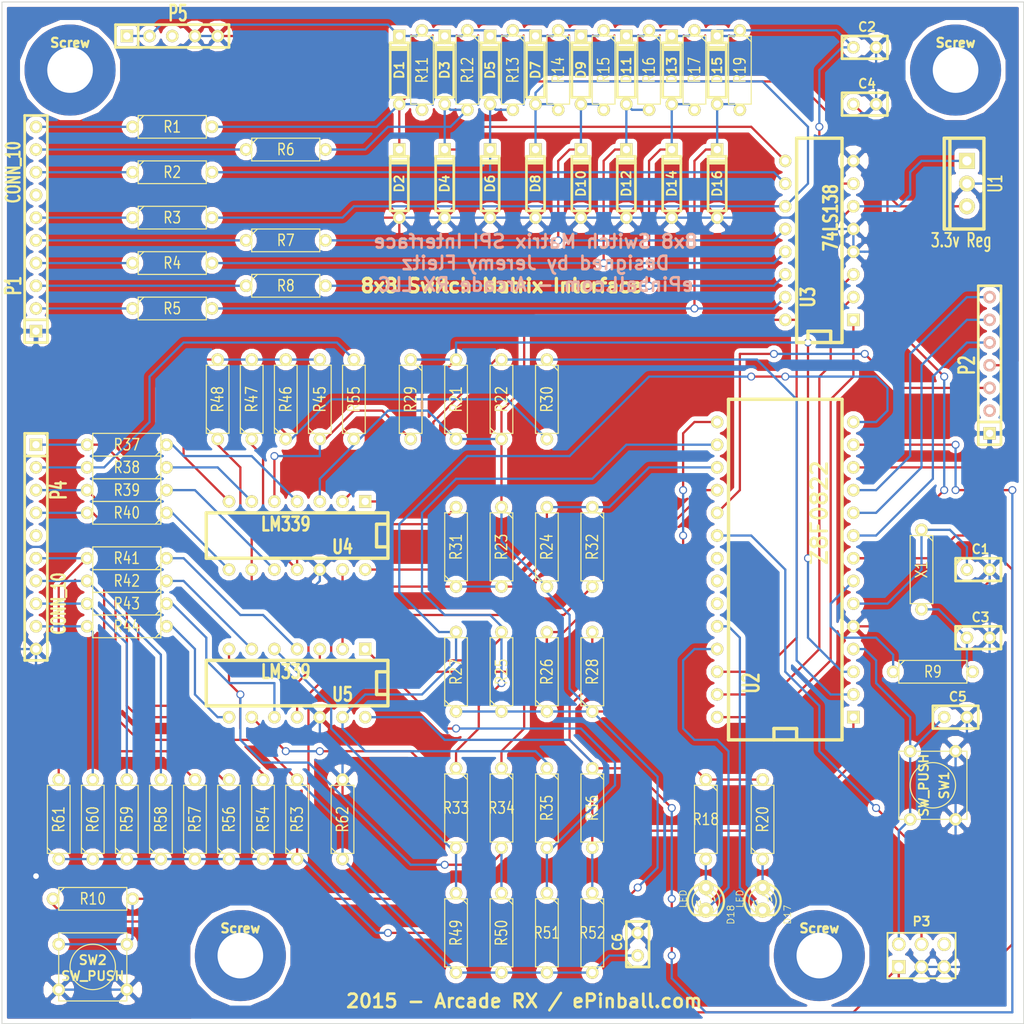
<source format=kicad_pcb>
(kicad_pcb (version 3) (host pcbnew "(2013-jul-07)-stable")
  (layers (15 F.Cu signal) (0 B.Cu signal) (18 B.Paste user) (19 F.Paste user) (20 B.SilkS user) (21 F.SilkS user) (22 B.Mask user) (23 F.Mask user) (28 Edge.Cuts user))
  (net 0 "")
  (net 1 +3.3V)
  (net 2 +5V)
  (net 3 GND)
  (net 4 N-000001)
  (net 5 N-0000010)
  (net 6 N-0000011)
  (net 7 N-0000012)
  (net 8 N-0000013)
  (net 9 N-0000014)
  (net 10 N-0000015)
  (net 11 N-0000016)
  (net 12 N-0000017)
  (net 13 N-0000018)
  (net 14 N-0000019)
  (net 15 N-000002)
  (net 16 N-0000020)
  (net 17 N-0000021)
  (net 18 N-0000022)
  (net 19 N-0000023)
  (net 20 N-0000024)
  (net 21 N-0000025)
  (net 22 N-0000026)
  (net 23 N-0000027)
  (net 24 N-0000028)
  (net 25 N-0000029)
  (net 26 N-000003)
  (net 27 N-0000031)
  (net 28 N-0000032)
  (net 29 N-0000033)
  (net 30 N-0000034)
  (net 31 N-0000039)
  (net 32 N-000004)
  (net 33 N-0000040)
  (net 34 N-0000041)
  (net 35 N-0000042)
  (net 36 N-0000043)
  (net 37 N-0000044)
  (net 38 N-0000045)
  (net 39 N-0000046)
  (net 40 N-0000047)
  (net 41 N-0000048)
  (net 42 N-0000049)
  (net 43 N-000005)
  (net 44 N-0000053)
  (net 45 N-0000054)
  (net 46 N-0000055)
  (net 47 N-0000056)
  (net 48 N-0000057)
  (net 49 N-0000058)
  (net 50 N-000006)
  (net 51 N-0000061)
  (net 52 N-0000062)
  (net 53 N-0000063)
  (net 54 N-0000064)
  (net 55 N-0000065)
  (net 56 N-0000066)
  (net 57 N-000007)
  (net 58 N-0000070)
  (net 59 N-0000071)
  (net 60 N-0000073)
  (net 61 N-0000074)
  (net 62 N-0000077)
  (net 63 N-0000078)
  (net 64 N-0000079)
  (net 65 N-000008)
  (net 66 N-0000080)
  (net 67 N-0000081)
  (net 68 N-0000084)
  (net 69 N-0000088)
  (net 70 N-000009)
  (module TO220_VERT (layer F.Cu) (at 191.77 67.31 180)
    (fp_text reference U1 (at -3.175 0 270) (layer F.SilkS) (effects (font (size 1.524 1.016) (thickness 0.2032))))
    (fp_text value "3.3v Reg" (at 0.635 -6.35 180) (layer F.SilkS) (effects (font (size 1.524 1.016) (thickness 0.2032))))
    (pad 2 thru_hole circle (at 0 -2.54 180) (size 1.778 1.778) (drill 1.016) (layers *.Cu *.Mask F.SilkS) (net 1 +3.3V))
    (pad 3 thru_hole circle (at 0 0 180) (size 1.778 1.778) (drill 1.016) (layers *.Cu *.Mask F.SilkS) (net 3 GND))
    (pad 1 thru_hole rect (at 0 2.54 180) (size 1.778 1.778) (drill 1.016) (layers *.Cu *.Mask F.SilkS) (net 2 +5V))
  )
  (module SW_PUSH_SMALL (layer F.Cu) (at 187.96 134.62 270)
    (fp_text reference SW1 (at 0 -1.27 270) (layer F.SilkS) (effects (font (size 1.016 1.016) (thickness 0.2032))))
    (fp_text value SW_PUSH (at 0 1.016 270) (layer F.SilkS) (effects (font (size 1.016 1.016) (thickness 0.2032))))
    (pad 1 thru_hole circle (at 3.81 -2.54 270) (size 1.397 1.397) (drill 0.8128) (layers *.Cu *.Mask F.SilkS) (net 3 GND))
    (pad 2 thru_hole circle (at 3.81 2.54 270) (size 1.397 1.397) (drill 0.8128) (layers *.Cu *.Mask F.SilkS) (net 23 N-0000027))
    (pad 1 thru_hole circle (at -3.81 -2.54 270) (size 1.397 1.397) (drill 0.8128) (layers *.Cu *.Mask F.SilkS) (net 3 GND))
    (pad 2 thru_hole circle (at -3.81 2.54 270) (size 1.397 1.397) (drill 0.8128) (layers *.Cu *.Mask F.SilkS) (net 23 N-0000027))
  )
  (module SW_PUSH_SMALL (layer F.Cu) (at 93.98 154.94)
    (fp_text reference SW2 (at 0 -0.762) (layer F.SilkS) (effects (font (size 1.016 1.016) (thickness 0.2032))))
    (fp_text value SW_PUSH (at 0 1.016) (layer F.SilkS) (effects (font (size 1.016 1.016) (thickness 0.2032))))
    (pad 1 thru_hole circle (at 3.81 -2.54) (size 1.397 1.397) (drill 0.8128) (layers *.Cu *.Mask F.SilkS) (net 69 N-0000088))
    (pad 2 thru_hole circle (at 3.81 2.54) (size 1.397 1.397) (drill 0.8128) (layers *.Cu *.Mask F.SilkS) (net 3 GND))
    (pad 1 thru_hole circle (at -3.81 -2.54) (size 1.397 1.397) (drill 0.8128) (layers *.Cu *.Mask F.SilkS) (net 69 N-0000088))
    (pad 2 thru_hole circle (at -3.81 2.54) (size 1.397 1.397) (drill 0.8128) (layers *.Cu *.Mask F.SilkS) (net 3 GND))
  )
  (module SIL-7 (layer F.Cu) (at 194.31 87.63 90)
    (fp_text reference P2 (at 0 -2.54 90) (layer F.SilkS) (effects (font (size 1.72974 1.08712) (thickness 0.3048))))
    (fp_text value CONN_7 hide)
    (pad 1 thru_hole rect (at -7.62 0 90) (size 1.397 1.397) (drill 0.8128) (layers *.Cu *.Mask F.SilkS) (net 3 GND))
    (pad 2 thru_hole circle (at -5.08 0 90) (size 1.397 1.397) (drill 0.8128) (layers *.Cu *.SilkS *.Mask))
    (pad 3 thru_hole circle (at -2.54 0 90) (size 1.397 1.397) (drill 0.8128) (layers *.Cu *.SilkS *.Mask) (net 30 N-0000034))
    (pad 4 thru_hole circle (at 0 0 90) (size 1.397 1.397) (drill 0.8128) (layers *.Cu *.SilkS *.Mask) (net 39 N-0000046))
    (pad 5 thru_hole circle (at 2.54 0 90) (size 1.397 1.397) (drill 0.8128) (layers *.Cu *.SilkS *.Mask) (net 38 N-0000045))
    (pad 6 thru_hole circle (at 5.08 0 90) (size 1.397 1.397) (drill 0.8128) (layers *.Cu *.SilkS *.Mask) (net 37 N-0000044))
    (pad 7 thru_hole circle (at 7.62 0 90) (size 1.397 1.397) (drill 0.8128) (layers *.Cu *.SilkS *.Mask) (net 36 N-0000043))
  )
  (module SIL-10 (layer F.Cu) (at 87.63 72.39 90)
    (fp_text reference P1 (at -6.35 -2.54 90) (layer F.SilkS) (effects (font (size 1.72974 1.08712) (thickness 0.3048))))
    (fp_text value CONN_10 (at 6.35 -2.54 90) (layer F.SilkS) (effects (font (size 1.524 1.016) (thickness 0.3048))))
    (pad 1 thru_hole rect (at -11.43 0 90) (size 1.397 1.397) (drill 0.8128) (layers *.Cu *.Mask F.SilkS) (net 3 GND))
    (pad 2 thru_hole circle (at -8.89 0 90) (size 1.397 1.397) (drill 0.8128) (layers *.Cu *.Mask F.SilkS) (net 65 N-000008))
    (pad 3 thru_hole circle (at -6.35 0 90) (size 1.397 1.397) (drill 0.8128) (layers *.Cu *.Mask F.SilkS) (net 57 N-000007))
    (pad 4 thru_hole circle (at -3.81 0 90) (size 1.397 1.397) (drill 0.8128) (layers *.Cu *.Mask F.SilkS) (net 50 N-000006))
    (pad 5 thru_hole circle (at -1.27 0 90) (size 1.397 1.397) (drill 0.8128) (layers *.Cu *.Mask F.SilkS) (net 43 N-000005))
    (pad 6 thru_hole circle (at 1.27 0 90) (size 1.397 1.397) (drill 0.8128) (layers *.Cu *.Mask F.SilkS) (net 32 N-000004))
    (pad 7 thru_hole circle (at 3.81 0 90) (size 1.397 1.397) (drill 0.8128) (layers *.Cu *.Mask F.SilkS))
    (pad 8 thru_hole circle (at 6.35 0 90) (size 1.397 1.397) (drill 0.8128) (layers *.Cu *.Mask F.SilkS) (net 26 N-000003))
    (pad 9 thru_hole circle (at 8.89 0 90) (size 1.397 1.397) (drill 0.8128) (layers *.Cu *.Mask F.SilkS) (net 15 N-000002))
    (pad 10 thru_hole circle (at 11.43 0 90) (size 1.397 1.397) (drill 0.8128) (layers *.Cu *.Mask F.SilkS) (net 4 N-000001))
  )
  (module SIL-10 (layer F.Cu) (at 87.63 107.95 270)
    (fp_text reference P4 (at -6.35 -2.54 270) (layer F.SilkS) (effects (font (size 1.72974 1.08712) (thickness 0.3048))))
    (fp_text value CONN_10 (at 6.35 -2.54 270) (layer F.SilkS) (effects (font (size 1.524 1.016) (thickness 0.3048))))
    (pad 1 thru_hole rect (at -11.43 0 270) (size 1.397 1.397) (drill 0.8128) (layers *.Cu *.Mask F.SilkS) (net 54 N-0000064))
    (pad 2 thru_hole circle (at -8.89 0 270) (size 1.397 1.397) (drill 0.8128) (layers *.Cu *.Mask F.SilkS) (net 61 N-0000074))
    (pad 3 thru_hole circle (at -6.35 0 270) (size 1.397 1.397) (drill 0.8128) (layers *.Cu *.Mask F.SilkS) (net 67 N-0000081))
    (pad 4 thru_hole circle (at -3.81 0 270) (size 1.397 1.397) (drill 0.8128) (layers *.Cu *.Mask F.SilkS) (net 58 N-0000070))
    (pad 5 thru_hole circle (at -1.27 0 270) (size 1.397 1.397) (drill 0.8128) (layers *.Cu *.Mask F.SilkS))
    (pad 6 thru_hole circle (at 1.27 0 270) (size 1.397 1.397) (drill 0.8128) (layers *.Cu *.Mask F.SilkS) (net 46 N-0000055))
    (pad 7 thru_hole circle (at 3.81 0 270) (size 1.397 1.397) (drill 0.8128) (layers *.Cu *.Mask F.SilkS) (net 49 N-0000058))
    (pad 8 thru_hole circle (at 6.35 0 270) (size 1.397 1.397) (drill 0.8128) (layers *.Cu *.Mask F.SilkS) (net 42 N-0000049))
    (pad 9 thru_hole circle (at 8.89 0 270) (size 1.397 1.397) (drill 0.8128) (layers *.Cu *.Mask F.SilkS) (net 48 N-0000057))
    (pad 10 thru_hole circle (at 11.43 0 270) (size 1.397 1.397) (drill 0.8128) (layers *.Cu *.Mask F.SilkS) (net 3 GND))
  )
  (module R3-5 (layer F.Cu) (at 156.21 54.61 270)
    (fp_text reference R16 (at 0 0 270) (layer F.SilkS) (effects (font (size 1.27 1.016) (thickness 0.1524))))
    (fp_text value 1k hide)
    (pad 1 thru_hole circle (at -4.445 0 270) (size 1.397 1.397) (drill 0.8128) (layers *.Cu *.Mask F.SilkS) (net 2 +5V))
    (pad 2 thru_hole circle (at 4.445 0 270) (size 1.397 1.397) (drill 0.8128) (layers *.Cu *.Mask F.SilkS) (net 6 N-0000011))
  )
  (module R3-5 (layer F.Cu) (at 134.62 121.92 90)
    (fp_text reference R27 (at 0 0 90) (layer F.SilkS) (effects (font (size 1.27 1.016) (thickness 0.1524))))
    (fp_text value 10k hide)
    (pad 1 thru_hole circle (at -4.445 0 90) (size 1.397 1.397) (drill 0.8128) (layers *.Cu *.Mask F.SilkS) (net 2 +5V))
    (pad 2 thru_hole circle (at 4.445 0 90) (size 1.397 1.397) (drill 0.8128) (layers *.Cu *.Mask F.SilkS) (net 41 N-0000048))
  )
  (module R3-5 (layer F.Cu) (at 151.13 54.61 270)
    (fp_text reference R15 (at 0 0 270) (layer F.SilkS) (effects (font (size 1.27 1.016) (thickness 0.1524))))
    (fp_text value 1k hide)
    (pad 1 thru_hole circle (at -4.445 0 270) (size 1.397 1.397) (drill 0.8128) (layers *.Cu *.Mask F.SilkS) (net 2 +5V))
    (pad 2 thru_hole circle (at 4.445 0 270) (size 1.397 1.397) (drill 0.8128) (layers *.Cu *.Mask F.SilkS) (net 5 N-0000010))
  )
  (module R3-5 (layer F.Cu) (at 146.05 54.61 270)
    (fp_text reference R14 (at 0 0 270) (layer F.SilkS) (effects (font (size 1.27 1.016) (thickness 0.1524))))
    (fp_text value 1k hide)
    (pad 1 thru_hole circle (at -4.445 0 270) (size 1.397 1.397) (drill 0.8128) (layers *.Cu *.Mask F.SilkS) (net 2 +5V))
    (pad 2 thru_hole circle (at 4.445 0 270) (size 1.397 1.397) (drill 0.8128) (layers *.Cu *.Mask F.SilkS) (net 70 N-000009))
  )
  (module R3-5 (layer F.Cu) (at 140.97 54.61 270)
    (fp_text reference R13 (at 0 0 270) (layer F.SilkS) (effects (font (size 1.27 1.016) (thickness 0.1524))))
    (fp_text value 1k hide)
    (pad 1 thru_hole circle (at -4.445 0 270) (size 1.397 1.397) (drill 0.8128) (layers *.Cu *.Mask F.SilkS) (net 2 +5V))
    (pad 2 thru_hole circle (at 4.445 0 270) (size 1.397 1.397) (drill 0.8128) (layers *.Cu *.Mask F.SilkS) (net 11 N-0000016))
  )
  (module R3-5 (layer F.Cu) (at 121.92 138.43 90)
    (fp_text reference R62 (at 0 0 90) (layer F.SilkS) (effects (font (size 1.27 1.016) (thickness 0.1524))))
    (fp_text value 10k hide)
    (pad 1 thru_hole circle (at -4.445 0 90) (size 1.397 1.397) (drill 0.8128) (layers *.Cu *.Mask F.SilkS) (net 64 N-0000079))
    (pad 2 thru_hole circle (at 4.445 0 90) (size 1.397 1.397) (drill 0.8128) (layers *.Cu *.Mask F.SilkS) (net 3 GND))
  )
  (module R3-5 (layer F.Cu) (at 116.84 138.43 90)
    (fp_text reference R53 (at 0 0 90) (layer F.SilkS) (effects (font (size 1.27 1.016) (thickness 0.1524))))
    (fp_text value 6.8k hide)
    (pad 1 thru_hole circle (at -4.445 0 90) (size 1.397 1.397) (drill 0.8128) (layers *.Cu *.Mask F.SilkS) (net 2 +5V))
    (pad 2 thru_hole circle (at 4.445 0 90) (size 1.397 1.397) (drill 0.8128) (layers *.Cu *.Mask F.SilkS) (net 64 N-0000079))
  )
  (module R3-5 (layer F.Cu) (at 93.98 138.43 90)
    (fp_text reference R60 (at 0 0 90) (layer F.SilkS) (effects (font (size 1.27 1.016) (thickness 0.1524))))
    (fp_text value 2.2k hide)
    (pad 1 thru_hole circle (at -4.445 0 90) (size 1.397 1.397) (drill 0.8128) (layers *.Cu *.Mask F.SilkS) (net 2 +5V))
    (pad 2 thru_hole circle (at 4.445 0 90) (size 1.397 1.397) (drill 0.8128) (layers *.Cu *.Mask F.SilkS) (net 48 N-0000057))
  )
  (module R3-5 (layer F.Cu) (at 149.86 121.92 90)
    (fp_text reference R28 (at 0 0 90) (layer F.SilkS) (effects (font (size 1.27 1.016) (thickness 0.1524))))
    (fp_text value 10k hide)
    (pad 1 thru_hole circle (at -4.445 0 90) (size 1.397 1.397) (drill 0.8128) (layers *.Cu *.Mask F.SilkS) (net 2 +5V))
    (pad 2 thru_hole circle (at 4.445 0 90) (size 1.397 1.397) (drill 0.8128) (layers *.Cu *.Mask F.SilkS) (net 44 N-0000053))
  )
  (module R3-5 (layer F.Cu) (at 149.86 137.16 270)
    (fp_text reference R36 (at 0 0 270) (layer F.SilkS) (effects (font (size 1.27 1.016) (thickness 0.1524))))
    (fp_text value 220k hide)
    (pad 1 thru_hole circle (at -4.445 0 270) (size 1.397 1.397) (drill 0.8128) (layers *.Cu *.Mask F.SilkS) (net 44 N-0000053))
    (pad 2 thru_hole circle (at 4.445 0 270) (size 1.397 1.397) (drill 0.8128) (layers *.Cu *.Mask F.SilkS) (net 14 N-0000019))
  )
  (module R3-5 (layer F.Cu) (at 149.86 151.13 270)
    (fp_text reference R52 (at 0 0 360) (layer F.SilkS) (effects (font (size 1.27 1.016) (thickness 0.1524))))
    (fp_text value 100k hide)
    (pad 1 thru_hole circle (at -4.445 0 270) (size 1.397 1.397) (drill 0.8128) (layers *.Cu *.Mask F.SilkS) (net 14 N-0000019))
    (pad 2 thru_hole circle (at 4.445 0 270) (size 1.397 1.397) (drill 0.8128) (layers *.Cu *.Mask F.SilkS) (net 64 N-0000079))
  )
  (module R3-5 (layer F.Cu) (at 97.79 116.84 180)
    (fp_text reference R44 (at 0 0 180) (layer F.SilkS) (effects (font (size 1.27 1.016) (thickness 0.1524))))
    (fp_text value 3.3k hide)
    (pad 1 thru_hole circle (at -4.445 0 180) (size 1.397 1.397) (drill 0.8128) (layers *.Cu *.Mask F.SilkS) (net 13 N-0000018))
    (pad 2 thru_hole circle (at 4.445 0 180) (size 1.397 1.397) (drill 0.8128) (layers *.Cu *.Mask F.SilkS) (net 48 N-0000057))
  )
  (module R3-5 (layer F.Cu) (at 97.79 138.43 90)
    (fp_text reference R59 (at 0 0 90) (layer F.SilkS) (effects (font (size 1.27 1.016) (thickness 0.1524))))
    (fp_text value 2.2k hide)
    (pad 1 thru_hole circle (at -4.445 0 90) (size 1.397 1.397) (drill 0.8128) (layers *.Cu *.Mask F.SilkS) (net 2 +5V))
    (pad 2 thru_hole circle (at 4.445 0 90) (size 1.397 1.397) (drill 0.8128) (layers *.Cu *.Mask F.SilkS) (net 42 N-0000049))
  )
  (module R3-5 (layer F.Cu) (at 135.89 54.61 270)
    (fp_text reference R12 (at 0 0 270) (layer F.SilkS) (effects (font (size 1.27 1.016) (thickness 0.1524))))
    (fp_text value 1k hide)
    (pad 1 thru_hole circle (at -4.445 0 270) (size 1.397 1.397) (drill 0.8128) (layers *.Cu *.Mask F.SilkS) (net 2 +5V))
    (pad 2 thru_hole circle (at 4.445 0 270) (size 1.397 1.397) (drill 0.8128) (layers *.Cu *.Mask F.SilkS) (net 10 N-0000015))
  )
  (module R3-5 (layer F.Cu) (at 161.29 54.61 270)
    (fp_text reference R17 (at 0 0 270) (layer F.SilkS) (effects (font (size 1.27 1.016) (thickness 0.1524))))
    (fp_text value 1k hide)
    (pad 1 thru_hole circle (at -4.445 0 270) (size 1.397 1.397) (drill 0.8128) (layers *.Cu *.Mask F.SilkS) (net 2 +5V))
    (pad 2 thru_hole circle (at 4.445 0 270) (size 1.397 1.397) (drill 0.8128) (layers *.Cu *.Mask F.SilkS) (net 7 N-0000012))
  )
  (module R3-5 (layer F.Cu) (at 166.37 54.61 270)
    (fp_text reference R19 (at 0 0 270) (layer F.SilkS) (effects (font (size 1.27 1.016) (thickness 0.1524))))
    (fp_text value 1k hide)
    (pad 1 thru_hole circle (at -4.445 0 270) (size 1.397 1.397) (drill 0.8128) (layers *.Cu *.Mask F.SilkS) (net 2 +5V))
    (pad 2 thru_hole circle (at 4.445 0 270) (size 1.397 1.397) (drill 0.8128) (layers *.Cu *.Mask F.SilkS) (net 8 N-0000013))
  )
  (module R3-5 (layer F.Cu) (at 130.81 54.61 270)
    (fp_text reference R11 (at 0 0 270) (layer F.SilkS) (effects (font (size 1.27 1.016) (thickness 0.1524))))
    (fp_text value 1k hide)
    (pad 1 thru_hole circle (at -4.445 0 270) (size 1.397 1.397) (drill 0.8128) (layers *.Cu *.Mask F.SilkS) (net 2 +5V))
    (pad 2 thru_hole circle (at 4.445 0 270) (size 1.397 1.397) (drill 0.8128) (layers *.Cu *.Mask F.SilkS) (net 9 N-0000014))
  )
  (module R3-5 (layer F.Cu) (at 102.87 60.96)
    (fp_text reference R1 (at 0 0) (layer F.SilkS) (effects (font (size 1.27 1.016) (thickness 0.1524))))
    (fp_text value 100ohm hide)
    (pad 1 thru_hole circle (at -4.445 0) (size 1.397 1.397) (drill 0.8128) (layers *.Cu *.Mask F.SilkS) (net 4 N-000001))
    (pad 2 thru_hole circle (at 4.445 0) (size 1.397 1.397) (drill 0.8128) (layers *.Cu *.Mask F.SilkS) (net 9 N-0000014))
  )
  (module R3-5 (layer F.Cu) (at 115.57 63.5)
    (fp_text reference R6 (at 0 0) (layer F.SilkS) (effects (font (size 1.27 1.016) (thickness 0.1524))))
    (fp_text value 100hm hide)
    (pad 1 thru_hole circle (at -4.445 0) (size 1.397 1.397) (drill 0.8128) (layers *.Cu *.Mask F.SilkS) (net 15 N-000002))
    (pad 2 thru_hole circle (at 4.445 0) (size 1.397 1.397) (drill 0.8128) (layers *.Cu *.Mask F.SilkS) (net 10 N-0000015))
  )
  (module R3-5 (layer F.Cu) (at 102.87 66.04)
    (fp_text reference R2 (at 0 0) (layer F.SilkS) (effects (font (size 1.27 1.016) (thickness 0.1524))))
    (fp_text value "100 0hm" hide)
    (pad 1 thru_hole circle (at -4.445 0) (size 1.397 1.397) (drill 0.8128) (layers *.Cu *.Mask F.SilkS) (net 26 N-000003))
    (pad 2 thru_hole circle (at 4.445 0) (size 1.397 1.397) (drill 0.8128) (layers *.Cu *.Mask F.SilkS) (net 11 N-0000016))
  )
  (module R3-5 (layer F.Cu) (at 102.87 71.12)
    (fp_text reference R3 (at 0 0) (layer F.SilkS) (effects (font (size 1.27 1.016) (thickness 0.1524))))
    (fp_text value "100 0hm" hide)
    (pad 1 thru_hole circle (at -4.445 0) (size 1.397 1.397) (drill 0.8128) (layers *.Cu *.Mask F.SilkS) (net 32 N-000004))
    (pad 2 thru_hole circle (at 4.445 0) (size 1.397 1.397) (drill 0.8128) (layers *.Cu *.Mask F.SilkS) (net 70 N-000009))
  )
  (module R3-5 (layer F.Cu) (at 115.57 73.66)
    (fp_text reference R7 (at 0 0) (layer F.SilkS) (effects (font (size 1.27 1.016) (thickness 0.1524))))
    (fp_text value "100 0hm" hide)
    (pad 1 thru_hole circle (at -4.445 0) (size 1.397 1.397) (drill 0.8128) (layers *.Cu *.Mask F.SilkS) (net 43 N-000005))
    (pad 2 thru_hole circle (at 4.445 0) (size 1.397 1.397) (drill 0.8128) (layers *.Cu *.Mask F.SilkS) (net 5 N-0000010))
  )
  (module R3-5 (layer F.Cu) (at 102.87 76.2)
    (fp_text reference R4 (at 0 0) (layer F.SilkS) (effects (font (size 1.27 1.016) (thickness 0.1524))))
    (fp_text value "100 0hm" hide)
    (pad 1 thru_hole circle (at -4.445 0) (size 1.397 1.397) (drill 0.8128) (layers *.Cu *.Mask F.SilkS) (net 50 N-000006))
    (pad 2 thru_hole circle (at 4.445 0) (size 1.397 1.397) (drill 0.8128) (layers *.Cu *.Mask F.SilkS) (net 6 N-0000011))
  )
  (module R3-5 (layer F.Cu) (at 115.57 78.74)
    (fp_text reference R8 (at 0 0) (layer F.SilkS) (effects (font (size 1.27 1.016) (thickness 0.1524))))
    (fp_text value "100 0hm" hide)
    (pad 1 thru_hole circle (at -4.445 0) (size 1.397 1.397) (drill 0.8128) (layers *.Cu *.Mask F.SilkS) (net 57 N-000007))
    (pad 2 thru_hole circle (at 4.445 0) (size 1.397 1.397) (drill 0.8128) (layers *.Cu *.Mask F.SilkS) (net 7 N-0000012))
  )
  (module R3-5 (layer F.Cu) (at 102.87 81.28)
    (fp_text reference R5 (at 0 0) (layer F.SilkS) (effects (font (size 1.27 1.016) (thickness 0.1524))))
    (fp_text value "100 0hm" hide)
    (pad 1 thru_hole circle (at -4.445 0) (size 1.397 1.397) (drill 0.8128) (layers *.Cu *.Mask F.SilkS) (net 65 N-000008))
    (pad 2 thru_hole circle (at 4.445 0) (size 1.397 1.397) (drill 0.8128) (layers *.Cu *.Mask F.SilkS) (net 8 N-0000013))
  )
  (module R3-5 (layer F.Cu) (at 186.69 110.49 270)
    (fp_text reference X1 (at 0 0 270) (layer F.SilkS) (effects (font (size 1.27 1.016) (thickness 0.1524))))
    (fp_text value CRYSTAL hide)
    (pad 1 thru_hole circle (at -4.445 0 270) (size 1.397 1.397) (drill 0.8128) (layers *.Cu *.Mask F.SilkS) (net 68 N-0000084))
    (pad 2 thru_hole circle (at 4.445 0 270) (size 1.397 1.397) (drill 0.8128) (layers *.Cu *.Mask F.SilkS) (net 35 N-0000042))
  )
  (module R3-5 (layer F.Cu) (at 162.56 138.43 270)
    (fp_text reference R18 (at 0 0 360) (layer F.SilkS) (effects (font (size 1.27 1.016) (thickness 0.1524))))
    (fp_text value 220 hide)
    (pad 1 thru_hole circle (at -4.445 0 270) (size 1.397 1.397) (drill 0.8128) (layers *.Cu *.Mask F.SilkS) (net 2 +5V))
    (pad 2 thru_hole circle (at 4.445 0 270) (size 1.397 1.397) (drill 0.8128) (layers *.Cu *.Mask F.SilkS) (net 25 N-0000029))
  )
  (module R3-5 (layer F.Cu) (at 168.91 138.43 90)
    (fp_text reference R20 (at 0 0 90) (layer F.SilkS) (effects (font (size 1.27 1.016) (thickness 0.1524))))
    (fp_text value 220 hide)
    (pad 1 thru_hole circle (at -4.445 0 90) (size 1.397 1.397) (drill 0.8128) (layers *.Cu *.Mask F.SilkS) (net 27 N-0000031))
    (pad 2 thru_hole circle (at 4.445 0 90) (size 1.397 1.397) (drill 0.8128) (layers *.Cu *.Mask F.SilkS) (net 2 +5V))
  )
  (module R3-5 (layer F.Cu) (at 93.98 147.32)
    (fp_text reference R10 (at 0 0) (layer F.SilkS) (effects (font (size 1.27 1.016) (thickness 0.1524))))
    (fp_text value 10k hide)
    (pad 1 thru_hole circle (at -4.445 0) (size 1.397 1.397) (drill 0.8128) (layers *.Cu *.Mask F.SilkS) (net 1 +3.3V))
    (pad 2 thru_hole circle (at 4.445 0) (size 1.397 1.397) (drill 0.8128) (layers *.Cu *.Mask F.SilkS) (net 69 N-0000088))
  )
  (module R3-5 (layer F.Cu) (at 187.96 121.92)
    (fp_text reference R9 (at 0 0) (layer F.SilkS) (effects (font (size 1.27 1.016) (thickness 0.1524))))
    (fp_text value 220ohm hide)
    (pad 1 thru_hole circle (at -4.445 0) (size 1.397 1.397) (drill 0.8128) (layers *.Cu *.Mask F.SilkS) (net 24 N-0000028))
    (pad 2 thru_hole circle (at 4.445 0) (size 1.397 1.397) (drill 0.8128) (layers *.Cu *.Mask F.SilkS) (net 35 N-0000042))
  )
  (module R3-5 (layer F.Cu) (at 144.78 91.44 270)
    (fp_text reference R30 (at 0 0 270) (layer F.SilkS) (effects (font (size 1.27 1.016) (thickness 0.1524))))
    (fp_text value 220k hide)
    (pad 1 thru_hole circle (at -4.445 0 270) (size 1.397 1.397) (drill 0.8128) (layers *.Cu *.Mask F.SilkS) (net 60 N-0000073))
    (pad 2 thru_hole circle (at 4.445 0 270) (size 1.397 1.397) (drill 0.8128) (layers *.Cu *.Mask F.SilkS) (net 56 N-0000066))
  )
  (module R3-5 (layer F.Cu) (at 144.78 107.95 90)
    (fp_text reference R24 (at 0 0 90) (layer F.SilkS) (effects (font (size 1.27 1.016) (thickness 0.1524))))
    (fp_text value 10k hide)
    (pad 1 thru_hole circle (at -4.445 0 90) (size 1.397 1.397) (drill 0.8128) (layers *.Cu *.Mask F.SilkS) (net 2 +5V))
    (pad 2 thru_hole circle (at 4.445 0 90) (size 1.397 1.397) (drill 0.8128) (layers *.Cu *.Mask F.SilkS) (net 59 N-0000071))
  )
  (module R3-5 (layer F.Cu) (at 107.95 91.44 90)
    (fp_text reference R48 (at 0 0 90) (layer F.SilkS) (effects (font (size 1.27 1.016) (thickness 0.1524))))
    (fp_text value 100k hide)
    (pad 1 thru_hole circle (at -4.445 0 90) (size 1.397 1.397) (drill 0.8128) (layers *.Cu *.Mask F.SilkS) (net 18 N-0000022))
    (pad 2 thru_hole circle (at 4.445 0 90) (size 1.397 1.397) (drill 0.8128) (layers *.Cu *.Mask F.SilkS) (net 64 N-0000079))
  )
  (module R3-5 (layer F.Cu) (at 119.38 91.44 90)
    (fp_text reference R45 (at 0 0 90) (layer F.SilkS) (effects (font (size 1.27 1.016) (thickness 0.1524))))
    (fp_text value 100k hide)
    (pad 1 thru_hole circle (at -4.445 0 90) (size 1.397 1.397) (drill 0.8128) (layers *.Cu *.Mask F.SilkS) (net 52 N-0000062))
    (pad 2 thru_hole circle (at 4.445 0 90) (size 1.397 1.397) (drill 0.8128) (layers *.Cu *.Mask F.SilkS) (net 64 N-0000079))
  )
  (module R3-5 (layer F.Cu) (at 129.54 91.44 270)
    (fp_text reference R29 (at 0 0 270) (layer F.SilkS) (effects (font (size 1.27 1.016) (thickness 0.1524))))
    (fp_text value 220k hide)
    (pad 1 thru_hole circle (at -4.445 0 270) (size 1.397 1.397) (drill 0.8128) (layers *.Cu *.Mask F.SilkS) (net 53 N-0000063))
    (pad 2 thru_hole circle (at 4.445 0 270) (size 1.397 1.397) (drill 0.8128) (layers *.Cu *.Mask F.SilkS) (net 52 N-0000062))
  )
  (module R3-5 (layer F.Cu) (at 134.62 91.44 90)
    (fp_text reference R21 (at 0 0 90) (layer F.SilkS) (effects (font (size 1.27 1.016) (thickness 0.1524))))
    (fp_text value 10k hide)
    (pad 1 thru_hole circle (at -4.445 0 90) (size 1.397 1.397) (drill 0.8128) (layers *.Cu *.Mask F.SilkS) (net 2 +5V))
    (pad 2 thru_hole circle (at 4.445 0 90) (size 1.397 1.397) (drill 0.8128) (layers *.Cu *.Mask F.SilkS) (net 53 N-0000063))
  )
  (module R3-5 (layer F.Cu) (at 113.03 138.43 90)
    (fp_text reference R54 (at 0 0 90) (layer F.SilkS) (effects (font (size 1.27 1.016) (thickness 0.1524))))
    (fp_text value 2.2k hide)
    (pad 1 thru_hole circle (at -4.445 0 90) (size 1.397 1.397) (drill 0.8128) (layers *.Cu *.Mask F.SilkS) (net 2 +5V))
    (pad 2 thru_hole circle (at 4.445 0 90) (size 1.397 1.397) (drill 0.8128) (layers *.Cu *.Mask F.SilkS) (net 54 N-0000064))
  )
  (module R3-5 (layer F.Cu) (at 97.79 99.06 180)
    (fp_text reference R38 (at 0 0 180) (layer F.SilkS) (effects (font (size 1.27 1.016) (thickness 0.1524))))
    (fp_text value 3.3k hide)
    (pad 1 thru_hole circle (at -4.445 0 180) (size 1.397 1.397) (drill 0.8128) (layers *.Cu *.Mask F.SilkS) (net 55 N-0000065))
    (pad 2 thru_hole circle (at 4.445 0 180) (size 1.397 1.397) (drill 0.8128) (layers *.Cu *.Mask F.SilkS) (net 61 N-0000074))
  )
  (module R3-5 (layer F.Cu) (at 115.57 91.44 90)
    (fp_text reference R46 (at 0 0 90) (layer F.SilkS) (effects (font (size 1.27 1.016) (thickness 0.1524))))
    (fp_text value 100k hide)
    (pad 1 thru_hole circle (at -4.445 0 90) (size 1.397 1.397) (drill 0.8128) (layers *.Cu *.Mask F.SilkS) (net 56 N-0000066))
    (pad 2 thru_hole circle (at 4.445 0 90) (size 1.397 1.397) (drill 0.8128) (layers *.Cu *.Mask F.SilkS) (net 64 N-0000079))
  )
  (module R3-5 (layer F.Cu) (at 149.86 107.95 270)
    (fp_text reference R32 (at 0 0 270) (layer F.SilkS) (effects (font (size 1.27 1.016) (thickness 0.1524))))
    (fp_text value 220k hide)
    (pad 1 thru_hole circle (at -4.445 0 270) (size 1.397 1.397) (drill 0.8128) (layers *.Cu *.Mask F.SilkS) (net 59 N-0000071))
    (pad 2 thru_hole circle (at 4.445 0 270) (size 1.397 1.397) (drill 0.8128) (layers *.Cu *.Mask F.SilkS) (net 18 N-0000022))
  )
  (module R3-5 (layer F.Cu) (at 139.7 91.44 90)
    (fp_text reference R22 (at 0 0 90) (layer F.SilkS) (effects (font (size 1.27 1.016) (thickness 0.1524))))
    (fp_text value 10k hide)
    (pad 1 thru_hole circle (at -4.445 0 90) (size 1.397 1.397) (drill 0.8128) (layers *.Cu *.Mask F.SilkS) (net 2 +5V))
    (pad 2 thru_hole circle (at 4.445 0 90) (size 1.397 1.397) (drill 0.8128) (layers *.Cu *.Mask F.SilkS) (net 60 N-0000073))
  )
  (module R3-5 (layer F.Cu) (at 123.19 91.44 90)
    (fp_text reference R55 (at 0 0 90) (layer F.SilkS) (effects (font (size 1.27 1.016) (thickness 0.1524))))
    (fp_text value 2.2k hide)
    (pad 1 thru_hole circle (at -4.445 0 90) (size 1.397 1.397) (drill 0.8128) (layers *.Cu *.Mask F.SilkS) (net 2 +5V))
    (pad 2 thru_hole circle (at 4.445 0 90) (size 1.397 1.397) (drill 0.8128) (layers *.Cu *.Mask F.SilkS) (net 61 N-0000074))
  )
  (module R3-5 (layer F.Cu) (at 97.79 101.6 180)
    (fp_text reference R39 (at 0 0 180) (layer F.SilkS) (effects (font (size 1.27 1.016) (thickness 0.1524))))
    (fp_text value 3.3k hide)
    (pad 1 thru_hole circle (at -4.445 0 180) (size 1.397 1.397) (drill 0.8128) (layers *.Cu *.Mask F.SilkS) (net 62 N-0000077))
    (pad 2 thru_hole circle (at 4.445 0 180) (size 1.397 1.397) (drill 0.8128) (layers *.Cu *.Mask F.SilkS) (net 67 N-0000081))
  )
  (module R3-5 (layer F.Cu) (at 111.76 91.44 90)
    (fp_text reference R47 (at 0 0 90) (layer F.SilkS) (effects (font (size 1.27 1.016) (thickness 0.1524))))
    (fp_text value 100k hide)
    (pad 1 thru_hole circle (at -4.445 0 90) (size 1.397 1.397) (drill 0.8128) (layers *.Cu *.Mask F.SilkS) (net 63 N-0000078))
    (pad 2 thru_hole circle (at 4.445 0 90) (size 1.397 1.397) (drill 0.8128) (layers *.Cu *.Mask F.SilkS) (net 64 N-0000079))
  )
  (module R3-5 (layer F.Cu) (at 134.62 107.95 90)
    (fp_text reference R31 (at 0 0 90) (layer F.SilkS) (effects (font (size 1.27 1.016) (thickness 0.1524))))
    (fp_text value 220k hide)
    (pad 1 thru_hole circle (at -4.445 0 90) (size 1.397 1.397) (drill 0.8128) (layers *.Cu *.Mask F.SilkS) (net 66 N-0000080))
    (pad 2 thru_hole circle (at 4.445 0 90) (size 1.397 1.397) (drill 0.8128) (layers *.Cu *.Mask F.SilkS) (net 63 N-0000078))
  )
  (module R3-5 (layer F.Cu) (at 139.7 107.95 270)
    (fp_text reference R23 (at 0 0 270) (layer F.SilkS) (effects (font (size 1.27 1.016) (thickness 0.1524))))
    (fp_text value 10k hide)
    (pad 1 thru_hole circle (at -4.445 0 270) (size 1.397 1.397) (drill 0.8128) (layers *.Cu *.Mask F.SilkS) (net 2 +5V))
    (pad 2 thru_hole circle (at 4.445 0 270) (size 1.397 1.397) (drill 0.8128) (layers *.Cu *.Mask F.SilkS) (net 66 N-0000080))
  )
  (module R3-5 (layer F.Cu) (at 97.79 104.14 180)
    (fp_text reference R40 (at 0 0 180) (layer F.SilkS) (effects (font (size 1.27 1.016) (thickness 0.1524))))
    (fp_text value 3.3k hide)
    (pad 1 thru_hole circle (at -4.445 0 180) (size 1.397 1.397) (drill 0.8128) (layers *.Cu *.Mask F.SilkS) (net 17 N-0000021))
    (pad 2 thru_hole circle (at 4.445 0 180) (size 1.397 1.397) (drill 0.8128) (layers *.Cu *.Mask F.SilkS) (net 58 N-0000070))
  )
  (module R3-5 (layer F.Cu) (at 109.22 138.43 90)
    (fp_text reference R56 (at 0 0 90) (layer F.SilkS) (effects (font (size 1.27 1.016) (thickness 0.1524))))
    (fp_text value 2.2k hide)
    (pad 1 thru_hole circle (at -4.445 0 90) (size 1.397 1.397) (drill 0.8128) (layers *.Cu *.Mask F.SilkS) (net 2 +5V))
    (pad 2 thru_hole circle (at 4.445 0 90) (size 1.397 1.397) (drill 0.8128) (layers *.Cu *.Mask F.SilkS) (net 67 N-0000081))
  )
  (module R3-5 (layer F.Cu) (at 139.7 121.92 90)
    (fp_text reference R25 (at 0 0 90) (layer F.SilkS) (effects (font (size 1.27 1.016) (thickness 0.1524))))
    (fp_text value 10k hide)
    (pad 1 thru_hole circle (at -4.445 0 90) (size 1.397 1.397) (drill 0.8128) (layers *.Cu *.Mask F.SilkS) (net 2 +5V))
    (pad 2 thru_hole circle (at 4.445 0 90) (size 1.397 1.397) (drill 0.8128) (layers *.Cu *.Mask F.SilkS) (net 45 N-0000054))
  )
  (module R3-5 (layer F.Cu) (at 144.78 151.13 270)
    (fp_text reference R51 (at 0 0 360) (layer F.SilkS) (effects (font (size 1.27 1.016) (thickness 0.1524))))
    (fp_text value 100k hide)
    (pad 1 thru_hole circle (at -4.445 0 270) (size 1.397 1.397) (drill 0.8128) (layers *.Cu *.Mask F.SilkS) (net 16 N-0000020))
    (pad 2 thru_hole circle (at 4.445 0 270) (size 1.397 1.397) (drill 0.8128) (layers *.Cu *.Mask F.SilkS) (net 64 N-0000079))
  )
  (module R3-5 (layer F.Cu) (at 97.79 114.3 180)
    (fp_text reference R43 (at 0 0 180) (layer F.SilkS) (effects (font (size 1.27 1.016) (thickness 0.1524))))
    (fp_text value 3.3k hide)
    (pad 1 thru_hole circle (at -4.445 0 180) (size 1.397 1.397) (drill 0.8128) (layers *.Cu *.Mask F.SilkS) (net 22 N-0000026))
    (pad 2 thru_hole circle (at 4.445 0 180) (size 1.397 1.397) (drill 0.8128) (layers *.Cu *.Mask F.SilkS) (net 42 N-0000049))
  )
  (module R3-5 (layer F.Cu) (at 101.6 138.43 90)
    (fp_text reference R58 (at 0 0 90) (layer F.SilkS) (effects (font (size 1.27 1.016) (thickness 0.1524))))
    (fp_text value 2.2k hide)
    (pad 1 thru_hole circle (at -4.445 0 90) (size 1.397 1.397) (drill 0.8128) (layers *.Cu *.Mask F.SilkS) (net 2 +5V))
    (pad 2 thru_hole circle (at 4.445 0 90) (size 1.397 1.397) (drill 0.8128) (layers *.Cu *.Mask F.SilkS) (net 49 N-0000058))
  )
  (module R3-5 (layer F.Cu) (at 144.78 121.92 90)
    (fp_text reference R26 (at 0 0 90) (layer F.SilkS) (effects (font (size 1.27 1.016) (thickness 0.1524))))
    (fp_text value 10k hide)
    (pad 1 thru_hole circle (at -4.445 0 90) (size 1.397 1.397) (drill 0.8128) (layers *.Cu *.Mask F.SilkS) (net 2 +5V))
    (pad 2 thru_hole circle (at 4.445 0 90) (size 1.397 1.397) (drill 0.8128) (layers *.Cu *.Mask F.SilkS) (net 47 N-0000056))
  )
  (module R3-5 (layer F.Cu) (at 139.7 137.16 270)
    (fp_text reference R34 (at 0 0 360) (layer F.SilkS) (effects (font (size 1.27 1.016) (thickness 0.1524))))
    (fp_text value 220k hide)
    (pad 1 thru_hole circle (at -4.445 0 270) (size 1.397 1.397) (drill 0.8128) (layers *.Cu *.Mask F.SilkS) (net 47 N-0000056))
    (pad 2 thru_hole circle (at 4.445 0 270) (size 1.397 1.397) (drill 0.8128) (layers *.Cu *.Mask F.SilkS) (net 21 N-0000025))
  )
  (module R3-5 (layer F.Cu) (at 139.7 151.13 270)
    (fp_text reference R50 (at 0 0 270) (layer F.SilkS) (effects (font (size 1.27 1.016) (thickness 0.1524))))
    (fp_text value 100k hide)
    (pad 1 thru_hole circle (at -4.445 0 270) (size 1.397 1.397) (drill 0.8128) (layers *.Cu *.Mask F.SilkS) (net 21 N-0000025))
    (pad 2 thru_hole circle (at 4.445 0 270) (size 1.397 1.397) (drill 0.8128) (layers *.Cu *.Mask F.SilkS) (net 64 N-0000079))
  )
  (module R3-5 (layer F.Cu) (at 97.79 111.76 180)
    (fp_text reference R42 (at 0 0 180) (layer F.SilkS) (effects (font (size 1.27 1.016) (thickness 0.1524))))
    (fp_text value 3.3k hide)
    (pad 1 thru_hole circle (at -4.445 0 180) (size 1.397 1.397) (drill 0.8128) (layers *.Cu *.Mask F.SilkS) (net 20 N-0000024))
    (pad 2 thru_hole circle (at 4.445 0 180) (size 1.397 1.397) (drill 0.8128) (layers *.Cu *.Mask F.SilkS) (net 49 N-0000058))
  )
  (module R3-5 (layer F.Cu) (at 90.17 138.43 90)
    (fp_text reference R61 (at 0 0 90) (layer F.SilkS) (effects (font (size 1.27 1.016) (thickness 0.1524))))
    (fp_text value 2.2k hide)
    (pad 1 thru_hole circle (at -4.445 0 90) (size 1.397 1.397) (drill 0.8128) (layers *.Cu *.Mask F.SilkS) (net 2 +5V))
    (pad 2 thru_hole circle (at 4.445 0 90) (size 1.397 1.397) (drill 0.8128) (layers *.Cu *.Mask F.SilkS) (net 46 N-0000055))
  )
  (module R3-5 (layer F.Cu) (at 144.78 137.16 270)
    (fp_text reference R35 (at 0 0 270) (layer F.SilkS) (effects (font (size 1.27 1.016) (thickness 0.1524))))
    (fp_text value 220k hide)
    (pad 1 thru_hole circle (at -4.445 0 270) (size 1.397 1.397) (drill 0.8128) (layers *.Cu *.Mask F.SilkS) (net 41 N-0000048))
    (pad 2 thru_hole circle (at 4.445 0 270) (size 1.397 1.397) (drill 0.8128) (layers *.Cu *.Mask F.SilkS) (net 16 N-0000020))
  )
  (module R3-5 (layer F.Cu) (at 105.41 138.43 90)
    (fp_text reference R57 (at 0 0 90) (layer F.SilkS) (effects (font (size 1.27 1.016) (thickness 0.1524))))
    (fp_text value 2.2k hide)
    (pad 1 thru_hole circle (at -4.445 0 90) (size 1.397 1.397) (drill 0.8128) (layers *.Cu *.Mask F.SilkS) (net 2 +5V))
    (pad 2 thru_hole circle (at 4.445 0 90) (size 1.397 1.397) (drill 0.8128) (layers *.Cu *.Mask F.SilkS) (net 58 N-0000070))
  )
  (module R3-5 (layer F.Cu) (at 134.62 137.16 270)
    (fp_text reference R33 (at 0 0 360) (layer F.SilkS) (effects (font (size 1.27 1.016) (thickness 0.1524))))
    (fp_text value 220k hide)
    (pad 1 thru_hole circle (at -4.445 0 270) (size 1.397 1.397) (drill 0.8128) (layers *.Cu *.Mask F.SilkS) (net 45 N-0000054))
    (pad 2 thru_hole circle (at 4.445 0 270) (size 1.397 1.397) (drill 0.8128) (layers *.Cu *.Mask F.SilkS) (net 12 N-0000017))
  )
  (module R3-5 (layer F.Cu) (at 134.62 151.13 270)
    (fp_text reference R49 (at 0 0 270) (layer F.SilkS) (effects (font (size 1.27 1.016) (thickness 0.1524))))
    (fp_text value 100k hide)
    (pad 1 thru_hole circle (at -4.445 0 270) (size 1.397 1.397) (drill 0.8128) (layers *.Cu *.Mask F.SilkS) (net 12 N-0000017))
    (pad 2 thru_hole circle (at 4.445 0 270) (size 1.397 1.397) (drill 0.8128) (layers *.Cu *.Mask F.SilkS) (net 64 N-0000079))
  )
  (module R3-5 (layer F.Cu) (at 97.79 109.22 180)
    (fp_text reference R41 (at 0 0 180) (layer F.SilkS) (effects (font (size 1.27 1.016) (thickness 0.1524))))
    (fp_text value 3.3k hide)
    (pad 1 thru_hole circle (at -4.445 0 180) (size 1.397 1.397) (drill 0.8128) (layers *.Cu *.Mask F.SilkS) (net 19 N-0000023))
    (pad 2 thru_hole circle (at 4.445 0 180) (size 1.397 1.397) (drill 0.8128) (layers *.Cu *.Mask F.SilkS) (net 46 N-0000055))
  )
  (module R3-5 (layer F.Cu) (at 97.79 96.52 180)
    (fp_text reference R37 (at 0 0 180) (layer F.SilkS) (effects (font (size 1.27 1.016) (thickness 0.1524))))
    (fp_text value 3.3k hide)
    (pad 1 thru_hole circle (at -4.445 0 180) (size 1.397 1.397) (drill 0.8128) (layers *.Cu *.Mask F.SilkS) (net 51 N-0000061))
    (pad 2 thru_hole circle (at 4.445 0 180) (size 1.397 1.397) (drill 0.8128) (layers *.Cu *.Mask F.SilkS) (net 54 N-0000064))
  )
  (module pin_array_3x2 (layer F.Cu) (at 186.69 153.67)
    (fp_text reference P3 (at 0 -3.81) (layer F.SilkS) (effects (font (size 1.016 1.016) (thickness 0.2032))))
    (fp_text value CONN_3X2 hide)
    (pad 1 thru_hole rect (at -2.54 1.27) (size 1.524 1.524) (drill 1.016) (layers *.Cu *.Mask F.SilkS) (net 1 +3.3V))
    (pad 2 thru_hole circle (at -2.54 -1.27) (size 1.524 1.524) (drill 1.016) (layers *.Cu *.Mask F.SilkS) (net 23 N-0000027))
    (pad 3 thru_hole circle (at 0 1.27) (size 1.524 1.524) (drill 1.016) (layers *.Cu *.Mask F.SilkS) (net 3 GND))
    (pad 4 thru_hole circle (at 0 -1.27) (size 1.524 1.524) (drill 1.016) (layers *.Cu *.Mask F.SilkS) (net 40 N-0000047))
    (pad 5 thru_hole circle (at 2.54 1.27) (size 1.524 1.524) (drill 1.016) (layers *.Cu *.Mask F.SilkS) (net 3 GND))
    (pad 6 thru_hole circle (at 2.54 -1.27) (size 1.524 1.524) (drill 1.016) (layers *.Cu *.Mask F.SilkS))
  )
  (module LED-3MM (layer F.Cu) (at 168.91 147.32 270)
    (fp_text reference D17 (at 1.778 -2.794 270) (layer F.SilkS) (effects (font (size 0.762 0.762) (thickness 0.0889))))
    (fp_text value LED (at 0 2.54 270) (layer F.SilkS) (effects (font (size 0.762 0.762) (thickness 0.0889))))
    (pad 1 thru_hole circle (at -1.27 0 270) (size 1.6764 1.6764) (drill 0.8128) (layers *.Cu *.Mask F.SilkS) (net 27 N-0000031))
    (pad 2 thru_hole circle (at 1.27 0 270) (size 1.6764 1.6764) (drill 0.8128) (layers *.Cu *.Mask F.SilkS) (net 29 N-0000033))
  )
  (module LED-3MM (layer F.Cu) (at 162.56 147.32 270)
    (fp_text reference D18 (at 1.778 -2.794 270) (layer F.SilkS) (effects (font (size 0.762 0.762) (thickness 0.0889))))
    (fp_text value LED (at 0 2.54 270) (layer F.SilkS) (effects (font (size 0.762 0.762) (thickness 0.0889))))
    (pad 1 thru_hole circle (at -1.27 0 270) (size 1.6764 1.6764) (drill 0.8128) (layers *.Cu *.Mask F.SilkS) (net 25 N-0000029))
    (pad 2 thru_hole circle (at 1.27 0 270) (size 1.6764 1.6764) (drill 0.8128) (layers *.Cu *.Mask F.SilkS) (net 28 N-0000032))
  )
  (module DIP-28__600 (layer F.Cu) (at 171.45 110.49 90)
    (fp_text reference U2 (at -12.7 -3.81 90) (layer F.SilkS) (effects (font (size 1.778 1.143) (thickness 0.3048))))
    (fp_text value Z8F0822 (at 6.35 3.81 90) (layer F.SilkS) (effects (font (size 1.778 1.778) (thickness 0.3048))))
    (pad 1 thru_hole rect (at -16.51 7.62 90) (size 1.397 1.397) (drill 0.8128) (layers *.Cu *.Mask F.SilkS) (net 69 N-0000088))
    (pad 2 thru_hole circle (at -13.97 7.62 90) (size 1.397 1.397) (drill 0.8128) (layers *.Cu *.Mask F.SilkS) (net 60 N-0000073))
    (pad 3 thru_hole circle (at -11.43 7.62 90) (size 1.397 1.397) (drill 0.8128) (layers *.Cu *.Mask F.SilkS) (net 53 N-0000063))
    (pad 4 thru_hole circle (at -8.89 7.62 90) (size 1.397 1.397) (drill 0.8128) (layers *.Cu *.Mask F.SilkS) (net 23 N-0000027))
    (pad 5 thru_hole circle (at -6.35 7.62 90) (size 1.397 1.397) (drill 0.8128) (layers *.Cu *.Mask F.SilkS) (net 3 GND))
    (pad 6 thru_hole circle (at -3.81 7.62 90) (size 1.397 1.397) (drill 0.8128) (layers *.Cu *.Mask F.SilkS) (net 68 N-0000084))
    (pad 7 thru_hole circle (at -1.27 7.62 90) (size 1.397 1.397) (drill 0.8128) (layers *.Cu *.Mask F.SilkS) (net 24 N-0000028))
    (pad 8 thru_hole circle (at 1.27 7.62 90) (size 1.397 1.397) (drill 0.8128) (layers *.Cu *.Mask F.SilkS) (net 1 +3.3V))
    (pad 9 thru_hole circle (at 3.81 7.62 90) (size 1.397 1.397) (drill 0.8128) (layers *.Cu *.Mask F.SilkS) (net 38 N-0000045))
    (pad 10 thru_hole circle (at 6.35 7.62 90) (size 1.397 1.397) (drill 0.8128) (layers *.Cu *.Mask F.SilkS) (net 37 N-0000044))
    (pad 11 thru_hole circle (at 8.89 7.62 90) (size 1.397 1.397) (drill 0.8128) (layers *.Cu *.Mask F.SilkS) (net 36 N-0000043))
    (pad 12 thru_hole circle (at 11.43 7.62 90) (size 1.397 1.397) (drill 0.8128) (layers *.Cu *.Mask F.SilkS) (net 39 N-0000046))
    (pad 13 thru_hole circle (at 13.97 7.62 90) (size 1.397 1.397) (drill 0.8128) (layers *.Cu *.Mask F.SilkS) (net 44 N-0000053))
    (pad 14 thru_hole circle (at 16.51 7.62 90) (size 1.397 1.397) (drill 0.8128) (layers *.Cu *.Mask F.SilkS) (net 41 N-0000048))
    (pad 15 thru_hole circle (at 16.51 -7.62 90) (size 1.397 1.397) (drill 0.8128) (layers *.Cu *.Mask F.SilkS) (net 47 N-0000056))
    (pad 16 thru_hole circle (at 13.97 -7.62 90) (size 1.397 1.397) (drill 0.8128) (layers *.Cu *.Mask F.SilkS) (net 45 N-0000054))
    (pad 17 thru_hole circle (at 11.43 -7.62 90) (size 1.397 1.397) (drill 0.8128) (layers *.Cu *.Mask F.SilkS) (net 59 N-0000071))
    (pad 18 thru_hole circle (at 8.89 -7.62 90) (size 1.397 1.397) (drill 0.8128) (layers *.Cu *.Mask F.SilkS) (net 66 N-0000080))
    (pad 19 thru_hole circle (at 6.35 -7.62 90) (size 1.397 1.397) (drill 0.8128) (layers *.Cu *.Mask F.SilkS) (net 30 N-0000034))
    (pad 20 thru_hole circle (at 3.81 -7.62 90) (size 1.397 1.397) (drill 0.8128) (layers *.Cu *.Mask F.SilkS) (net 40 N-0000047))
    (pad 21 thru_hole circle (at 1.27 -7.62 90) (size 1.397 1.397) (drill 0.8128) (layers *.Cu *.Mask F.SilkS))
    (pad 22 thru_hole circle (at -1.27 -7.62 90) (size 1.397 1.397) (drill 0.8128) (layers *.Cu *.Mask F.SilkS))
    (pad 23 thru_hole circle (at -3.81 -7.62 90) (size 1.397 1.397) (drill 0.8128) (layers *.Cu *.Mask F.SilkS))
    (pad 24 thru_hole circle (at -6.35 -7.62 90) (size 1.397 1.397) (drill 0.8128) (layers *.Cu *.Mask F.SilkS) (net 29 N-0000033))
    (pad 25 thru_hole circle (at -8.89 -7.62 90) (size 1.397 1.397) (drill 0.8128) (layers *.Cu *.Mask F.SilkS) (net 28 N-0000032))
    (pad 26 thru_hole circle (at -11.43 -7.62 90) (size 1.397 1.397) (drill 0.8128) (layers *.Cu *.Mask F.SilkS) (net 33 N-0000040))
    (pad 27 thru_hole circle (at -13.97 -7.62 90) (size 1.397 1.397) (drill 0.8128) (layers *.Cu *.Mask F.SilkS) (net 31 N-0000039))
    (pad 28 thru_hole circle (at -16.51 -7.62 90) (size 1.397 1.397) (drill 0.8128) (layers *.Cu *.Mask F.SilkS) (net 34 N-0000041))
  )
  (module DIP-16__300 (layer F.Cu) (at 175.26 73.66 90)
    (fp_text reference U3 (at -6.35 -1.27 90) (layer F.SilkS) (effects (font (size 1.524 1.143) (thickness 0.3048))))
    (fp_text value 74LS138 (at 2.54 1.27 90) (layer F.SilkS) (effects (font (size 1.524 1.143) (thickness 0.3048))))
    (pad 1 thru_hole rect (at -8.89 3.81 90) (size 1.397 1.397) (drill 0.8128) (layers *.Cu *.Mask F.SilkS) (net 34 N-0000041))
    (pad 2 thru_hole circle (at -6.35 3.81 90) (size 1.397 1.397) (drill 0.8128) (layers *.Cu *.Mask F.SilkS) (net 31 N-0000039))
    (pad 3 thru_hole circle (at -3.81 3.81 90) (size 1.397 1.397) (drill 0.8128) (layers *.Cu *.Mask F.SilkS) (net 33 N-0000040))
    (pad 4 thru_hole circle (at -1.27 3.81 90) (size 1.397 1.397) (drill 0.8128) (layers *.Cu *.Mask F.SilkS) (net 3 GND))
    (pad 5 thru_hole circle (at 1.27 3.81 90) (size 1.397 1.397) (drill 0.8128) (layers *.Cu *.Mask F.SilkS) (net 3 GND))
    (pad 6 thru_hole circle (at 3.81 3.81 90) (size 1.397 1.397) (drill 0.8128) (layers *.Cu *.Mask F.SilkS) (net 2 +5V))
    (pad 7 thru_hole circle (at 6.35 3.81 90) (size 1.397 1.397) (drill 0.8128) (layers *.Cu *.Mask F.SilkS) (net 9 N-0000014))
    (pad 8 thru_hole circle (at 8.89 3.81 90) (size 1.397 1.397) (drill 0.8128) (layers *.Cu *.Mask F.SilkS) (net 3 GND))
    (pad 9 thru_hole circle (at 8.89 -3.81 90) (size 1.397 1.397) (drill 0.8128) (layers *.Cu *.Mask F.SilkS) (net 10 N-0000015))
    (pad 10 thru_hole circle (at 6.35 -3.81 90) (size 1.397 1.397) (drill 0.8128) (layers *.Cu *.Mask F.SilkS) (net 11 N-0000016))
    (pad 11 thru_hole circle (at 3.81 -3.81 90) (size 1.397 1.397) (drill 0.8128) (layers *.Cu *.Mask F.SilkS) (net 70 N-000009))
    (pad 12 thru_hole circle (at 1.27 -3.81 90) (size 1.397 1.397) (drill 0.8128) (layers *.Cu *.Mask F.SilkS) (net 5 N-0000010))
    (pad 13 thru_hole circle (at -1.27 -3.81 90) (size 1.397 1.397) (drill 0.8128) (layers *.Cu *.Mask F.SilkS) (net 6 N-0000011))
    (pad 14 thru_hole circle (at -3.81 -3.81 90) (size 1.397 1.397) (drill 0.8128) (layers *.Cu *.Mask F.SilkS) (net 7 N-0000012))
    (pad 15 thru_hole circle (at -6.35 -3.81 90) (size 1.397 1.397) (drill 0.8128) (layers *.Cu *.Mask F.SilkS) (net 8 N-0000013))
    (pad 16 thru_hole circle (at -8.89 -3.81 90) (size 1.397 1.397) (drill 0.8128) (layers *.Cu *.Mask F.SilkS) (net 2 +5V))
  )
  (module DIP-14__300 (layer F.Cu) (at 116.84 106.68 180)
    (fp_text reference U4 (at -5.08 -1.27 180) (layer F.SilkS) (effects (font (size 1.524 1.143) (thickness 0.3048))))
    (fp_text value LM339 (at 1.27 1.27 180) (layer F.SilkS) (effects (font (size 1.524 1.143) (thickness 0.3048))))
    (pad 1 thru_hole rect (at -7.62 3.81 180) (size 1.397 1.397) (drill 0.8128) (layers *.Cu *.Mask F.SilkS) (net 60 N-0000073))
    (pad 2 thru_hole circle (at -5.08 3.81 180) (size 1.397 1.397) (drill 0.8128) (layers *.Cu *.Mask F.SilkS) (net 53 N-0000063))
    (pad 3 thru_hole circle (at -2.54 3.81 180) (size 1.397 1.397) (drill 0.8128) (layers *.Cu *.Mask F.SilkS) (net 2 +5V))
    (pad 4 thru_hole circle (at 0 3.81 180) (size 1.397 1.397) (drill 0.8128) (layers *.Cu *.Mask F.SilkS) (net 51 N-0000061))
    (pad 5 thru_hole circle (at 2.54 3.81 180) (size 1.397 1.397) (drill 0.8128) (layers *.Cu *.Mask F.SilkS) (net 52 N-0000062))
    (pad 6 thru_hole circle (at 5.08 3.81 180) (size 1.397 1.397) (drill 0.8128) (layers *.Cu *.Mask F.SilkS) (net 55 N-0000065))
    (pad 7 thru_hole circle (at 7.62 3.81 180) (size 1.397 1.397) (drill 0.8128) (layers *.Cu *.Mask F.SilkS) (net 56 N-0000066))
    (pad 8 thru_hole circle (at 7.62 -3.81 180) (size 1.397 1.397) (drill 0.8128) (layers *.Cu *.Mask F.SilkS) (net 17 N-0000021))
    (pad 9 thru_hole circle (at 5.08 -3.81 180) (size 1.397 1.397) (drill 0.8128) (layers *.Cu *.Mask F.SilkS) (net 18 N-0000022))
    (pad 10 thru_hole circle (at 2.54 -3.81 180) (size 1.397 1.397) (drill 0.8128) (layers *.Cu *.Mask F.SilkS) (net 62 N-0000077))
    (pad 11 thru_hole circle (at 0 -3.81 180) (size 1.397 1.397) (drill 0.8128) (layers *.Cu *.Mask F.SilkS) (net 63 N-0000078))
    (pad 12 thru_hole circle (at -2.54 -3.81 180) (size 1.397 1.397) (drill 0.8128) (layers *.Cu *.Mask F.SilkS) (net 3 GND))
    (pad 13 thru_hole circle (at -5.08 -3.81 180) (size 1.397 1.397) (drill 0.8128) (layers *.Cu *.Mask F.SilkS) (net 66 N-0000080))
    (pad 14 thru_hole circle (at -7.62 -3.81 180) (size 1.397 1.397) (drill 0.8128) (layers *.Cu *.Mask F.SilkS) (net 59 N-0000071))
  )
  (module DIP-14__300 (layer F.Cu) (at 116.84 123.19 180)
    (fp_text reference U5 (at -5.08 -1.27 180) (layer F.SilkS) (effects (font (size 1.524 1.143) (thickness 0.3048))))
    (fp_text value LM339 (at 1.27 1.27 180) (layer F.SilkS) (effects (font (size 1.524 1.143) (thickness 0.3048))))
    (pad 1 thru_hole rect (at -7.62 3.81 180) (size 1.397 1.397) (drill 0.8128) (layers *.Cu *.Mask F.SilkS) (net 47 N-0000056))
    (pad 2 thru_hole circle (at -5.08 3.81 180) (size 1.397 1.397) (drill 0.8128) (layers *.Cu *.Mask F.SilkS) (net 45 N-0000054))
    (pad 3 thru_hole circle (at -2.54 3.81 180) (size 1.397 1.397) (drill 0.8128) (layers *.Cu *.Mask F.SilkS) (net 2 +5V))
    (pad 4 thru_hole circle (at 0 3.81 180) (size 1.397 1.397) (drill 0.8128) (layers *.Cu *.Mask F.SilkS) (net 19 N-0000023))
    (pad 5 thru_hole circle (at 2.54 3.81 180) (size 1.397 1.397) (drill 0.8128) (layers *.Cu *.Mask F.SilkS) (net 12 N-0000017))
    (pad 6 thru_hole circle (at 5.08 3.81 180) (size 1.397 1.397) (drill 0.8128) (layers *.Cu *.Mask F.SilkS) (net 20 N-0000024))
    (pad 7 thru_hole circle (at 7.62 3.81 180) (size 1.397 1.397) (drill 0.8128) (layers *.Cu *.Mask F.SilkS) (net 21 N-0000025))
    (pad 8 thru_hole circle (at 7.62 -3.81 180) (size 1.397 1.397) (drill 0.8128) (layers *.Cu *.Mask F.SilkS) (net 13 N-0000018))
    (pad 9 thru_hole circle (at 5.08 -3.81 180) (size 1.397 1.397) (drill 0.8128) (layers *.Cu *.Mask F.SilkS) (net 14 N-0000019))
    (pad 10 thru_hole circle (at 2.54 -3.81 180) (size 1.397 1.397) (drill 0.8128) (layers *.Cu *.Mask F.SilkS) (net 22 N-0000026))
    (pad 11 thru_hole circle (at 0 -3.81 180) (size 1.397 1.397) (drill 0.8128) (layers *.Cu *.Mask F.SilkS) (net 16 N-0000020))
    (pad 12 thru_hole circle (at -2.54 -3.81 180) (size 1.397 1.397) (drill 0.8128) (layers *.Cu *.Mask F.SilkS) (net 3 GND))
    (pad 13 thru_hole circle (at -5.08 -3.81 180) (size 1.397 1.397) (drill 0.8128) (layers *.Cu *.Mask F.SilkS) (net 41 N-0000048))
    (pad 14 thru_hole circle (at -7.62 -3.81 180) (size 1.397 1.397) (drill 0.8128) (layers *.Cu *.Mask F.SilkS) (net 44 N-0000053))
  )
  (module D3 (layer F.Cu) (at 133.35 54.61 90)
    (fp_text reference D3 (at 0 0 90) (layer F.SilkS) (effects (font (size 1.016 1.016) (thickness 0.2032))))
    (fp_text value 1n4004 hide)
    (pad 2 thru_hole rect (at 3.81 0 90) (size 1.397 1.397) (drill 0.8128) (layers *.Cu *.Mask F.SilkS) (net 2 +5V))
    (pad 1 thru_hole circle (at -3.81 0 90) (size 1.397 1.397) (drill 0.8128) (layers *.Cu *.Mask F.SilkS) (net 10 N-0000015))
  )
  (module D3 (layer F.Cu) (at 138.43 54.61 90)
    (fp_text reference D5 (at 0 0 90) (layer F.SilkS) (effects (font (size 1.016 1.016) (thickness 0.2032))))
    (fp_text value 1n4004 hide)
    (pad 2 thru_hole rect (at 3.81 0 90) (size 1.397 1.397) (drill 0.8128) (layers *.Cu *.Mask F.SilkS) (net 2 +5V))
    (pad 1 thru_hole circle (at -3.81 0 90) (size 1.397 1.397) (drill 0.8128) (layers *.Cu *.Mask F.SilkS) (net 11 N-0000016))
  )
  (module D3 (layer F.Cu) (at 143.51 54.61 90)
    (fp_text reference D7 (at 0 0 90) (layer F.SilkS) (effects (font (size 1.016 1.016) (thickness 0.2032))))
    (fp_text value 1n4004 hide)
    (pad 2 thru_hole rect (at 3.81 0 90) (size 1.397 1.397) (drill 0.8128) (layers *.Cu *.Mask F.SilkS) (net 2 +5V))
    (pad 1 thru_hole circle (at -3.81 0 90) (size 1.397 1.397) (drill 0.8128) (layers *.Cu *.Mask F.SilkS) (net 70 N-000009))
  )
  (module D3 (layer F.Cu) (at 148.59 54.61 90)
    (fp_text reference D9 (at 0 0 90) (layer F.SilkS) (effects (font (size 1.016 1.016) (thickness 0.2032))))
    (fp_text value 1n4004 hide)
    (pad 2 thru_hole rect (at 3.81 0 90) (size 1.397 1.397) (drill 0.8128) (layers *.Cu *.Mask F.SilkS) (net 2 +5V))
    (pad 1 thru_hole circle (at -3.81 0 90) (size 1.397 1.397) (drill 0.8128) (layers *.Cu *.Mask F.SilkS) (net 5 N-0000010))
  )
  (module D3 (layer F.Cu) (at 153.67 54.61 90)
    (fp_text reference D11 (at 0 0 90) (layer F.SilkS) (effects (font (size 1.016 1.016) (thickness 0.2032))))
    (fp_text value 1n4004 hide)
    (pad 2 thru_hole rect (at 3.81 0 90) (size 1.397 1.397) (drill 0.8128) (layers *.Cu *.Mask F.SilkS) (net 2 +5V))
    (pad 1 thru_hole circle (at -3.81 0 90) (size 1.397 1.397) (drill 0.8128) (layers *.Cu *.Mask F.SilkS) (net 6 N-0000011))
  )
  (module D3 (layer F.Cu) (at 158.75 54.61 90)
    (fp_text reference D13 (at 0 0 90) (layer F.SilkS) (effects (font (size 1.016 1.016) (thickness 0.2032))))
    (fp_text value 1n4004 hide)
    (pad 2 thru_hole rect (at 3.81 0 90) (size 1.397 1.397) (drill 0.8128) (layers *.Cu *.Mask F.SilkS) (net 2 +5V))
    (pad 1 thru_hole circle (at -3.81 0 90) (size 1.397 1.397) (drill 0.8128) (layers *.Cu *.Mask F.SilkS) (net 7 N-0000012))
  )
  (module D3 (layer F.Cu) (at 128.27 54.61 90)
    (fp_text reference D1 (at 0 0 90) (layer F.SilkS) (effects (font (size 1.016 1.016) (thickness 0.2032))))
    (fp_text value 1n4004 hide)
    (pad 2 thru_hole rect (at 3.81 0 90) (size 1.397 1.397) (drill 0.8128) (layers *.Cu *.Mask F.SilkS) (net 2 +5V))
    (pad 1 thru_hole circle (at -3.81 0 90) (size 1.397 1.397) (drill 0.8128) (layers *.Cu *.Mask F.SilkS) (net 9 N-0000014))
  )
  (module D3 (layer F.Cu) (at 163.83 54.61 90)
    (fp_text reference D15 (at 0 0 90) (layer F.SilkS) (effects (font (size 1.016 1.016) (thickness 0.2032))))
    (fp_text value 1n4004 hide)
    (pad 2 thru_hole rect (at 3.81 0 90) (size 1.397 1.397) (drill 0.8128) (layers *.Cu *.Mask F.SilkS) (net 2 +5V))
    (pad 1 thru_hole circle (at -3.81 0 90) (size 1.397 1.397) (drill 0.8128) (layers *.Cu *.Mask F.SilkS) (net 8 N-0000013))
  )
  (module D3 (layer F.Cu) (at 163.83 67.31 90)
    (fp_text reference D16 (at 0 0 90) (layer F.SilkS) (effects (font (size 1.016 1.016) (thickness 0.2032))))
    (fp_text value 1n4148 hide)
    (pad 2 thru_hole rect (at 3.81 0 90) (size 1.397 1.397) (drill 0.8128) (layers *.Cu *.Mask F.SilkS) (net 8 N-0000013))
    (pad 1 thru_hole circle (at -3.81 0 90) (size 1.397 1.397) (drill 0.8128) (layers *.Cu *.Mask F.SilkS) (net 3 GND))
  )
  (module D3 (layer F.Cu) (at 128.27 67.31 90)
    (fp_text reference D2 (at 0 0 90) (layer F.SilkS) (effects (font (size 1.016 1.016) (thickness 0.2032))))
    (fp_text value 1n4148 hide)
    (pad 2 thru_hole rect (at 3.81 0 90) (size 1.397 1.397) (drill 0.8128) (layers *.Cu *.Mask F.SilkS) (net 9 N-0000014))
    (pad 1 thru_hole circle (at -3.81 0 90) (size 1.397 1.397) (drill 0.8128) (layers *.Cu *.Mask F.SilkS) (net 3 GND))
  )
  (module D3 (layer F.Cu) (at 133.35 67.31 90)
    (fp_text reference D4 (at 0 0 90) (layer F.SilkS) (effects (font (size 1.016 1.016) (thickness 0.2032))))
    (fp_text value 1n4148 hide)
    (pad 2 thru_hole rect (at 3.81 0 90) (size 1.397 1.397) (drill 0.8128) (layers *.Cu *.Mask F.SilkS) (net 10 N-0000015))
    (pad 1 thru_hole circle (at -3.81 0 90) (size 1.397 1.397) (drill 0.8128) (layers *.Cu *.Mask F.SilkS) (net 3 GND))
  )
  (module D3 (layer F.Cu) (at 138.43 67.31 90)
    (fp_text reference D6 (at 0 0 90) (layer F.SilkS) (effects (font (size 1.016 1.016) (thickness 0.2032))))
    (fp_text value 1n4148 hide)
    (pad 2 thru_hole rect (at 3.81 0 90) (size 1.397 1.397) (drill 0.8128) (layers *.Cu *.Mask F.SilkS) (net 11 N-0000016))
    (pad 1 thru_hole circle (at -3.81 0 90) (size 1.397 1.397) (drill 0.8128) (layers *.Cu *.Mask F.SilkS) (net 3 GND))
  )
  (module D3 (layer F.Cu) (at 143.51 67.31 90)
    (fp_text reference D8 (at 0 0 90) (layer F.SilkS) (effects (font (size 1.016 1.016) (thickness 0.2032))))
    (fp_text value 1n4148 hide)
    (pad 2 thru_hole rect (at 3.81 0 90) (size 1.397 1.397) (drill 0.8128) (layers *.Cu *.Mask F.SilkS) (net 70 N-000009))
    (pad 1 thru_hole circle (at -3.81 0 90) (size 1.397 1.397) (drill 0.8128) (layers *.Cu *.Mask F.SilkS) (net 3 GND))
  )
  (module D3 (layer F.Cu) (at 148.59 67.31 90)
    (fp_text reference D10 (at 0 0 90) (layer F.SilkS) (effects (font (size 1.016 1.016) (thickness 0.2032))))
    (fp_text value 1n4148 hide)
    (pad 2 thru_hole rect (at 3.81 0 90) (size 1.397 1.397) (drill 0.8128) (layers *.Cu *.Mask F.SilkS) (net 5 N-0000010))
    (pad 1 thru_hole circle (at -3.81 0 90) (size 1.397 1.397) (drill 0.8128) (layers *.Cu *.Mask F.SilkS) (net 3 GND))
  )
  (module D3 (layer F.Cu) (at 153.67 67.31 90)
    (fp_text reference D12 (at 0 0 90) (layer F.SilkS) (effects (font (size 1.016 1.016) (thickness 0.2032))))
    (fp_text value 1n4148 hide)
    (pad 2 thru_hole rect (at 3.81 0 90) (size 1.397 1.397) (drill 0.8128) (layers *.Cu *.Mask F.SilkS) (net 6 N-0000011))
    (pad 1 thru_hole circle (at -3.81 0 90) (size 1.397 1.397) (drill 0.8128) (layers *.Cu *.Mask F.SilkS) (net 3 GND))
  )
  (module D3 (layer F.Cu) (at 158.75 67.31 90)
    (fp_text reference D14 (at 0 0 90) (layer F.SilkS) (effects (font (size 1.016 1.016) (thickness 0.2032))))
    (fp_text value 1n4148 hide)
    (pad 2 thru_hole rect (at 3.81 0 90) (size 1.397 1.397) (drill 0.8128) (layers *.Cu *.Mask F.SilkS) (net 7 N-0000012))
    (pad 1 thru_hole circle (at -3.81 0 90) (size 1.397 1.397) (drill 0.8128) (layers *.Cu *.Mask F.SilkS) (net 3 GND))
  )
  (module C1 (layer F.Cu) (at 190.5 127)
    (fp_text reference C5 (at 0.254 -2.286) (layer F.SilkS) (effects (font (size 1.016 1.016) (thickness 0.2032))))
    (fp_text value 0.01 hide)
    (pad 1 thru_hole circle (at -1.27 0) (size 1.397 1.397) (drill 0.8128) (layers *.Cu *.Mask F.SilkS) (net 23 N-0000027))
    (pad 2 thru_hole circle (at 1.27 0) (size 1.397 1.397) (drill 0.8128) (layers *.Cu *.Mask F.SilkS) (net 3 GND))
  )
  (module C1 (layer F.Cu) (at 154.94 152.4 90)
    (fp_text reference C6 (at 0.254 -2.286 90) (layer F.SilkS) (effects (font (size 1.016 1.016) (thickness 0.2032))))
    (fp_text value 0.1uf hide)
    (pad 1 thru_hole circle (at -1.27 0 90) (size 1.397 1.397) (drill 0.8128) (layers *.Cu *.Mask F.SilkS) (net 64 N-0000079))
    (pad 2 thru_hole circle (at 1.27 0 90) (size 1.397 1.397) (drill 0.8128) (layers *.Cu *.Mask F.SilkS) (net 3 GND))
  )
  (module C1 (layer F.Cu) (at 180.34 58.42)
    (fp_text reference C4 (at 0.254 -2.286) (layer F.SilkS) (effects (font (size 1.016 1.016) (thickness 0.2032))))
    (fp_text value 0.1uf hide)
    (pad 1 thru_hole circle (at -1.27 0) (size 1.397 1.397) (drill 0.8128) (layers *.Cu *.Mask F.SilkS) (net 1 +3.3V))
    (pad 2 thru_hole circle (at 1.27 0) (size 1.397 1.397) (drill 0.8128) (layers *.Cu *.Mask F.SilkS) (net 3 GND))
  )
  (module C1 (layer F.Cu) (at 180.34 52.07)
    (fp_text reference C2 (at 0.254 -2.286) (layer F.SilkS) (effects (font (size 1.016 1.016) (thickness 0.2032))))
    (fp_text value 0.33uf hide)
    (pad 1 thru_hole circle (at -1.27 0) (size 1.397 1.397) (drill 0.8128) (layers *.Cu *.Mask F.SilkS) (net 2 +5V))
    (pad 2 thru_hole circle (at 1.27 0) (size 1.397 1.397) (drill 0.8128) (layers *.Cu *.Mask F.SilkS) (net 3 GND))
  )
  (module C1 (layer F.Cu) (at 193.04 118.11)
    (fp_text reference C3 (at 0.254 -2.286) (layer F.SilkS) (effects (font (size 1.016 1.016) (thickness 0.2032))))
    (fp_text value 22pf hide)
    (pad 1 thru_hole circle (at -1.27 0) (size 1.397 1.397) (drill 0.8128) (layers *.Cu *.Mask F.SilkS) (net 35 N-0000042))
    (pad 2 thru_hole circle (at 1.27 0) (size 1.397 1.397) (drill 0.8128) (layers *.Cu *.Mask F.SilkS) (net 3 GND))
  )
  (module C1 (layer F.Cu) (at 193.04 110.49)
    (fp_text reference C1 (at 0.254 -2.286) (layer F.SilkS) (effects (font (size 1.016 1.016) (thickness 0.2032))))
    (fp_text value 22pf hide)
    (pad 1 thru_hole circle (at -1.27 0) (size 1.397 1.397) (drill 0.8128) (layers *.Cu *.Mask F.SilkS) (net 68 N-0000084))
    (pad 2 thru_hole circle (at 1.27 0) (size 1.397 1.397) (drill 0.8128) (layers *.Cu *.Mask F.SilkS) (net 3 GND))
  )
  (module SIL-5 (layer F.Cu) (at 104.14 50.8)
    (fp_text reference P5 (at -0.635 -2.54) (layer F.SilkS) (effects (font (size 1.72974 1.08712) (thickness 0.3048))))
    (fp_text value CONN_5 hide)
    (pad 1 thru_hole rect (at -6.35 0) (size 1.397 1.397) (drill 0.8128) (layers *.Cu *.Mask F.SilkS) (net 2 +5V))
    (pad 2 thru_hole circle (at -3.81 0) (size 1.397 1.397) (drill 0.8128) (layers *.Cu *.Mask F.SilkS) (net 2 +5V))
    (pad 3 thru_hole circle (at -1.27 0) (size 1.397 1.397) (drill 0.8128) (layers *.Cu *.Mask F.SilkS))
    (pad 4 thru_hole circle (at 1.27 0) (size 1.397 1.397) (drill 0.8128) (layers *.Cu *.Mask F.SilkS) (net 3 GND))
    (pad 5 thru_hole circle (at 3.81 0) (size 1.397 1.397) (drill 0.8128) (layers *.Cu *.Mask F.SilkS) (net 3 GND))
  )
  (module Hole (layer F.Cu) (at 91.44 54.61)
    (fp_text reference Screw (at 0 -3.048) (layer F.SilkS) (effects (font (size 1.016 1.016) (thickness 0.254))))
    (fp_text value P*** hide)
    (pad "" thru_hole circle (at 0 0) (size 10.1854 10.1854) (drill 5.1054) (layers *.Cu *.Mask))
  )
  (module Hole (layer F.Cu) (at 190.5 54.61)
    (fp_text reference Screw (at 0 -3.048) (layer F.SilkS) (effects (font (size 1.016 1.016) (thickness 0.254))))
    (fp_text value P*** hide)
    (pad "" thru_hole circle (at 0 0) (size 10.1854 10.1854) (drill 5.1054) (layers *.Cu *.Mask))
  )
  (module Hole (layer F.Cu) (at 110.49 153.67)
    (fp_text reference Screw (at 0 -3.048) (layer F.SilkS) (effects (font (size 1.016 1.016) (thickness 0.254))))
    (fp_text value P*** hide)
    (pad "" thru_hole circle (at 0 0) (size 10.1854 10.1854) (drill 5.1054) (layers *.Cu *.Mask))
  )
  (module Hole (layer F.Cu) (at 175.26 153.67)
    (fp_text reference Screw (at 0 -3.048) (layer F.SilkS) (effects (font (size 1.016 1.016) (thickness 0.254))))
    (fp_text value P*** hide)
    (pad "" thru_hole circle (at 0 0) (size 10.1854 10.1854) (drill 5.1054) (layers *.Cu *.Mask))
  )
  (gr_text "8x8 Switch Matrix SPI Interface\nDesigned by Jeremy Fleitz\nePinball.com - Arcade RX LLC\n" (at 143.51 76.2) (layer B.SilkS) (effects (font (size 1.5 1.5) (thickness 0.3)) (justify mirror)))
  (gr_text "2015 - Arcade RX / ePinball.com" (at 142.24 158.75) (layer F.SilkS) (effects (font (size 1.5 1.5) (thickness 0.3))))
  (gr_text "8x8 Switch Matrix Interface\n" (at 139.7 78.74) (layer F.SilkS) (effects (font (size 1.5 1.5) (thickness 0.375))))
  (gr_line (start 83.82 46.99) (end 83.82 161.29) (angle 90) (layer Edge.Cuts) (width 0.1))
  (gr_line (start 198.12 46.99) (end 83.82 46.99) (angle 90) (layer Edge.Cuts) (width 0.1))
  (gr_line (start 198.12 161.29) (end 198.12 46.99) (angle 90) (layer Edge.Cuts) (width 0.1))
  (gr_line (start 83.82 161.29) (end 198.12 161.29) (angle 90) (layer Edge.Cuts) (width 0.1))
  (segment (start 89.535 147.32) (end 89.535 147.955) (width 0.254) (layer F.Cu) (net 1))
  (segment (start 179.07 160.02) (end 184.15 154.94) (width 0.254) (layer F.Cu) (net 1))
  (segment (start 105.41 160.02) (end 179.07 160.02) (width 0.254) (layer F.Cu) (net 1))
  (segment (start 102.87 157.48) (end 105.41 160.02) (width 0.254) (layer F.Cu) (net 1))
  (segment (start 102.87 152.4) (end 102.87 157.48) (width 0.254) (layer F.Cu) (net 1))
  (segment (start 100.33 149.86) (end 102.87 152.4) (width 0.254) (layer F.Cu) (net 1))
  (segment (start 91.44 149.86) (end 100.33 149.86) (width 0.254) (layer F.Cu) (net 1))
  (segment (start 89.535 147.955) (end 91.44 149.86) (width 0.254) (layer F.Cu) (net 1))
  (segment (start 179.07 58.42) (end 182.88 62.23) (width 0.254) (layer F.Cu) (net 1))
  (segment (start 182.88 62.23) (end 182.88 68.58) (width 0.254) (layer F.Cu) (net 1))
  (segment (start 184.15 69.85) (end 191.77 69.85) (width 0.254) (layer F.Cu) (net 1))
  (segment (start 182.88 68.58) (end 184.15 69.85) (width 0.254) (layer F.Cu) (net 1))
  (segment (start 184.15 156.21) (end 184.15 154.94) (width 0.254) (layer F.Cu) (net 1))
  (segment (start 179.07 109.22) (end 181.61 109.22) (width 0.254) (layer F.Cu) (net 1))
  (segment (start 182.88 82.55) (end 182.88 62.23) (width 0.254) (layer F.Cu) (net 1))
  (segment (start 189.23 88.9) (end 182.88 82.55) (width 0.254) (layer F.Cu) (net 1))
  (via (at 189.23 88.9) (size 0.889) (layers F.Cu B.Cu) (net 1))
  (segment (start 189.23 101.6) (end 189.23 88.9) (width 0.254) (layer B.Cu) (net 1))
  (via (at 189.23 101.6) (size 0.889) (layers F.Cu B.Cu) (net 1))
  (segment (start 181.61 109.22) (end 189.23 101.6) (width 0.254) (layer F.Cu) (net 1))
  (segment (start 184.15 154.94) (end 184.15 156.21) (width 0.254) (layer F.Cu) (net 1))
  (segment (start 187.96 109.22) (end 179.07 109.22) (width 0.254) (layer F.Cu) (net 1))
  (segment (start 190.5 106.68) (end 187.96 109.22) (width 0.254) (layer F.Cu) (net 1))
  (segment (start 193.04 106.68) (end 191.77 106.68) (width 0.254) (layer F.Cu) (net 1))
  (segment (start 191.77 106.68) (end 190.5 106.68) (width 0.254) (layer F.Cu) (net 1))
  (segment (start 196.85 110.49) (end 193.04 106.68) (width 0.254) (layer F.Cu) (net 1))
  (segment (start 196.85 152.4) (end 196.85 110.49) (width 0.254) (layer F.Cu) (net 1))
  (segment (start 191.77 157.48) (end 196.85 152.4) (width 0.254) (layer F.Cu) (net 1))
  (segment (start 185.42 157.48) (end 191.77 157.48) (width 0.254) (layer F.Cu) (net 1))
  (segment (start 184.15 156.21) (end 185.42 157.48) (width 0.254) (layer F.Cu) (net 1))
  (segment (start 179.07 69.85) (end 184.15 69.85) (width 0.254) (layer B.Cu) (net 2))
  (segment (start 186.69 64.77) (end 191.77 64.77) (width 0.254) (layer B.Cu) (net 2))
  (segment (start 185.42 66.04) (end 186.69 64.77) (width 0.254) (layer B.Cu) (net 2))
  (segment (start 185.42 68.58) (end 185.42 66.04) (width 0.254) (layer B.Cu) (net 2))
  (segment (start 184.15 69.85) (end 185.42 68.58) (width 0.254) (layer B.Cu) (net 2))
  (segment (start 168.91 133.985) (end 162.56 133.985) (width 0.254) (layer F.Cu) (net 2))
  (segment (start 162.56 133.985) (end 154.94 126.365) (width 0.254) (layer F.Cu) (net 2))
  (segment (start 154.94 126.365) (end 149.86 126.365) (width 0.254) (layer F.Cu) (net 2))
  (segment (start 175.26 73.66) (end 175.26 60.96) (width 0.254) (layer F.Cu) (net 2))
  (segment (start 177.8 52.07) (end 179.07 52.07) (width 0.254) (layer B.Cu) (net 2))
  (segment (start 175.26 54.61) (end 177.8 52.07) (width 0.254) (layer B.Cu) (net 2))
  (segment (start 175.26 60.96) (end 175.26 54.61) (width 0.254) (layer B.Cu) (net 2))
  (via (at 175.26 60.96) (size 0.889) (layers F.Cu B.Cu) (net 2))
  (segment (start 97.79 50.8) (end 100.33 50.8) (width 0.254) (layer B.Cu) (net 2))
  (segment (start 100.33 50.8) (end 101.6 49.53) (width 0.254) (layer B.Cu) (net 2))
  (segment (start 101.6 49.53) (end 127 49.53) (width 0.254) (layer B.Cu) (net 2))
  (segment (start 127 49.53) (end 128.27 50.8) (width 0.254) (layer B.Cu) (net 2))
  (segment (start 144.78 112.395) (end 144.78 113.03) (width 0.254) (layer B.Cu) (net 2))
  (segment (start 144.78 113.03) (end 147.32 115.57) (width 0.254) (layer B.Cu) (net 2))
  (segment (start 147.32 115.57) (end 147.32 123.825) (width 0.254) (layer B.Cu) (net 2))
  (segment (start 147.32 123.825) (end 149.86 126.365) (width 0.254) (layer B.Cu) (net 2))
  (segment (start 139.7 95.885) (end 139.7 103.505) (width 0.254) (layer F.Cu) (net 2))
  (segment (start 144.78 126.365) (end 149.86 126.365) (width 0.254) (layer B.Cu) (net 2))
  (segment (start 149.86 126.365) (end 157.1625 133.6675) (width 0.254) (layer B.Cu) (net 2))
  (segment (start 117.475 142.875) (end 125.73 151.13) (width 0.254) (layer B.Cu) (net 2))
  (segment (start 125.73 151.13) (end 127 151.13) (width 0.254) (layer B.Cu) (net 2))
  (via (at 127 151.13) (size 0.889) (layers F.Cu B.Cu) (net 2))
  (segment (start 127 151.13) (end 149.86 151.13) (width 0.254) (layer F.Cu) (net 2))
  (segment (start 149.86 151.13) (end 154.94 146.05) (width 0.254) (layer F.Cu) (net 2))
  (via (at 154.94 146.05) (size 0.889) (layers F.Cu B.Cu) (net 2))
  (segment (start 154.94 146.05) (end 157.1625 143.8275) (width 0.254) (layer B.Cu) (net 2))
  (segment (start 157.1625 143.8275) (end 157.1625 133.6675) (width 0.254) (layer B.Cu) (net 2))
  (segment (start 116.84 142.875) (end 117.475 142.875) (width 0.254) (layer B.Cu) (net 2))
  (segment (start 139.7 103.505) (end 139.7 107.315) (width 0.254) (layer B.Cu) (net 2))
  (segment (start 139.7 107.315) (end 144.78 112.395) (width 0.254) (layer B.Cu) (net 2))
  (segment (start 171.45 82.55) (end 172.72 82.55) (width 0.254) (layer F.Cu) (net 2))
  (segment (start 175.26 73.66) (end 179.07 69.85) (width 0.254) (layer F.Cu) (net 2))
  (segment (start 175.26 80.01) (end 175.26 73.66) (width 0.254) (layer F.Cu) (net 2))
  (segment (start 172.72 82.55) (end 175.26 80.01) (width 0.254) (layer F.Cu) (net 2))
  (segment (start 139.7 95.885) (end 139.7 92.71) (width 0.254) (layer F.Cu) (net 2))
  (segment (start 143.51 82.55) (end 171.45 82.55) (width 0.254) (layer F.Cu) (net 2))
  (segment (start 142.24 83.82) (end 143.51 82.55) (width 0.254) (layer F.Cu) (net 2))
  (segment (start 142.24 90.17) (end 142.24 83.82) (width 0.254) (layer F.Cu) (net 2))
  (segment (start 139.7 92.71) (end 142.24 90.17) (width 0.254) (layer F.Cu) (net 2))
  (segment (start 116.84 142.875) (end 116.84 138.43) (width 0.254) (layer F.Cu) (net 2))
  (segment (start 119.38 123.19) (end 119.38 119.38) (width 0.254) (layer F.Cu) (net 2))
  (segment (start 118.11 124.46) (end 119.38 123.19) (width 0.254) (layer F.Cu) (net 2))
  (segment (start 118.11 137.16) (end 118.11 124.46) (width 0.254) (layer F.Cu) (net 2))
  (segment (start 116.84 138.43) (end 118.11 137.16) (width 0.254) (layer F.Cu) (net 2))
  (segment (start 134.62 95.885) (end 139.7 95.885) (width 0.254) (layer B.Cu) (net 2))
  (segment (start 123.19 95.885) (end 123.825 95.885) (width 0.254) (layer B.Cu) (net 2))
  (segment (start 131.445 92.71) (end 134.62 95.885) (width 0.254) (layer B.Cu) (net 2))
  (segment (start 127 92.71) (end 131.445 92.71) (width 0.254) (layer B.Cu) (net 2))
  (segment (start 123.825 95.885) (end 127 92.71) (width 0.254) (layer B.Cu) (net 2))
  (segment (start 123.19 95.885) (end 123.19 96.52) (width 0.254) (layer B.Cu) (net 2))
  (segment (start 123.19 96.52) (end 119.38 100.33) (width 0.254) (layer B.Cu) (net 2))
  (segment (start 119.38 100.33) (end 119.38 102.87) (width 0.254) (layer B.Cu) (net 2))
  (segment (start 134.62 126.365) (end 139.7 126.365) (width 0.254) (layer B.Cu) (net 2))
  (segment (start 139.7 126.365) (end 144.78 126.365) (width 0.254) (layer B.Cu) (net 2))
  (segment (start 113.03 142.875) (end 116.84 142.875) (width 0.254) (layer B.Cu) (net 2))
  (segment (start 90.17 142.875) (end 93.98 142.875) (width 0.254) (layer B.Cu) (net 2))
  (segment (start 93.98 142.875) (end 97.79 142.875) (width 0.254) (layer B.Cu) (net 2))
  (segment (start 97.79 142.875) (end 101.6 142.875) (width 0.254) (layer B.Cu) (net 2))
  (segment (start 101.6 142.875) (end 105.41 142.875) (width 0.254) (layer B.Cu) (net 2))
  (segment (start 105.41 142.875) (end 109.22 142.875) (width 0.254) (layer B.Cu) (net 2))
  (segment (start 109.22 142.875) (end 113.03 142.875) (width 0.254) (layer B.Cu) (net 2))
  (segment (start 163.83 50.165) (end 177.165 50.165) (width 0.254) (layer B.Cu) (net 2))
  (segment (start 177.165 50.165) (end 179.07 52.07) (width 0.254) (layer B.Cu) (net 2))
  (segment (start 163.83 50.8) (end 165.735 50.8) (width 0.254) (layer B.Cu) (net 2))
  (segment (start 165.735 50.8) (end 166.37 50.165) (width 0.254) (layer B.Cu) (net 2))
  (segment (start 161.29 50.165) (end 163.195 50.165) (width 0.254) (layer B.Cu) (net 2))
  (segment (start 163.195 50.165) (end 163.83 50.8) (width 0.254) (layer B.Cu) (net 2))
  (segment (start 158.75 50.8) (end 160.655 50.8) (width 0.254) (layer B.Cu) (net 2))
  (segment (start 160.655 50.8) (end 161.29 50.165) (width 0.254) (layer B.Cu) (net 2))
  (segment (start 156.21 50.165) (end 158.115 50.165) (width 0.254) (layer B.Cu) (net 2))
  (segment (start 158.115 50.165) (end 158.75 50.8) (width 0.254) (layer B.Cu) (net 2))
  (segment (start 153.67 50.8) (end 155.575 50.8) (width 0.254) (layer B.Cu) (net 2))
  (segment (start 155.575 50.8) (end 156.21 50.165) (width 0.254) (layer B.Cu) (net 2))
  (segment (start 151.13 50.165) (end 153.035 50.165) (width 0.254) (layer B.Cu) (net 2))
  (segment (start 153.035 50.165) (end 153.67 50.8) (width 0.254) (layer B.Cu) (net 2))
  (segment (start 148.59 50.8) (end 150.495 50.8) (width 0.254) (layer B.Cu) (net 2))
  (segment (start 150.495 50.8) (end 151.13 50.165) (width 0.254) (layer B.Cu) (net 2))
  (segment (start 146.05 50.165) (end 147.955 50.165) (width 0.254) (layer B.Cu) (net 2))
  (segment (start 147.955 50.165) (end 148.59 50.8) (width 0.254) (layer B.Cu) (net 2))
  (segment (start 143.51 50.8) (end 145.415 50.8) (width 0.254) (layer B.Cu) (net 2))
  (segment (start 145.415 50.8) (end 146.05 50.165) (width 0.254) (layer B.Cu) (net 2))
  (segment (start 140.97 50.165) (end 142.875 50.165) (width 0.254) (layer B.Cu) (net 2))
  (segment (start 142.875 50.165) (end 143.51 50.8) (width 0.254) (layer B.Cu) (net 2))
  (segment (start 138.43 50.8) (end 140.335 50.8) (width 0.254) (layer B.Cu) (net 2))
  (segment (start 140.335 50.8) (end 140.97 50.165) (width 0.254) (layer B.Cu) (net 2))
  (segment (start 135.89 50.165) (end 137.795 50.165) (width 0.254) (layer B.Cu) (net 2))
  (segment (start 137.795 50.165) (end 138.43 50.8) (width 0.254) (layer B.Cu) (net 2))
  (segment (start 133.35 50.8) (end 135.255 50.8) (width 0.254) (layer B.Cu) (net 2))
  (segment (start 135.255 50.8) (end 135.89 50.165) (width 0.254) (layer B.Cu) (net 2))
  (segment (start 130.81 50.165) (end 132.715 50.165) (width 0.254) (layer B.Cu) (net 2))
  (segment (start 132.715 50.165) (end 133.35 50.8) (width 0.254) (layer B.Cu) (net 2))
  (segment (start 128.27 50.8) (end 130.175 50.8) (width 0.254) (layer B.Cu) (net 2))
  (segment (start 130.175 50.8) (end 130.81 50.165) (width 0.254) (layer B.Cu) (net 2))
  (segment (start 191.77 67.31) (end 194.31 67.31) (width 0.254) (layer B.Cu) (net 3))
  (segment (start 185.42 62.23) (end 181.61 58.42) (width 0.254) (layer B.Cu) (net 3))
  (segment (start 194.31 62.23) (end 185.42 62.23) (width 0.254) (layer B.Cu) (net 3))
  (segment (start 195.58 63.5) (end 194.31 62.23) (width 0.254) (layer B.Cu) (net 3))
  (segment (start 195.58 66.04) (end 195.58 63.5) (width 0.254) (layer B.Cu) (net 3))
  (segment (start 194.31 67.31) (end 195.58 66.04) (width 0.254) (layer B.Cu) (net 3))
  (segment (start 181.61 54.61) (end 177.8 54.61) (width 0.254) (layer B.Cu) (net 3))
  (segment (start 176.53 62.23) (end 179.07 64.77) (width 0.254) (layer B.Cu) (net 3))
  (segment (start 176.53 55.88) (end 176.53 62.23) (width 0.254) (layer B.Cu) (net 3))
  (segment (start 177.8 54.61) (end 176.53 55.88) (width 0.254) (layer B.Cu) (net 3))
  (segment (start 194.31 74.93) (end 195.58 74.93) (width 0.254) (layer B.Cu) (net 3))
  (segment (start 180.34 74.93) (end 194.31 74.93) (width 0.254) (layer B.Cu) (net 3))
  (segment (start 179.07 74.93) (end 180.34 74.93) (width 0.254) (layer B.Cu) (net 3))
  (segment (start 196.85 76.2) (end 196.85 93.98) (width 0.254) (layer B.Cu) (net 3))
  (segment (start 195.58 74.93) (end 196.85 76.2) (width 0.254) (layer B.Cu) (net 3))
  (segment (start 196.85 93.98) (end 195.58 95.25) (width 0.254) (layer B.Cu) (net 3))
  (segment (start 195.58 95.25) (end 194.31 95.25) (width 0.254) (layer B.Cu) (net 3))
  (segment (start 128.27 71.12) (end 125.73 71.12) (width 0.254) (layer F.Cu) (net 3))
  (segment (start 116.84 50.8) (end 107.95 50.8) (width 0.254) (layer F.Cu) (net 3))
  (segment (start 123.19 57.15) (end 116.84 50.8) (width 0.254) (layer F.Cu) (net 3))
  (segment (start 123.19 68.58) (end 123.19 57.15) (width 0.254) (layer F.Cu) (net 3))
  (segment (start 125.73 71.12) (end 123.19 68.58) (width 0.254) (layer F.Cu) (net 3))
  (segment (start 107.95 50.8) (end 105.41 50.8) (width 0.254) (layer B.Cu) (net 3))
  (segment (start 85.09 107.95) (end 91.44 107.95) (width 0.254) (layer B.Cu) (net 3))
  (segment (start 119.38 111.76) (end 119.38 110.49) (width 0.254) (layer B.Cu) (net 3))
  (segment (start 116.84 114.3) (end 119.38 111.76) (width 0.254) (layer B.Cu) (net 3))
  (segment (start 110.49 114.3) (end 116.84 114.3) (width 0.254) (layer B.Cu) (net 3))
  (segment (start 102.87 106.68) (end 110.49 114.3) (width 0.254) (layer B.Cu) (net 3))
  (segment (start 92.71 106.68) (end 102.87 106.68) (width 0.254) (layer B.Cu) (net 3))
  (segment (start 91.44 107.95) (end 92.71 106.68) (width 0.254) (layer B.Cu) (net 3))
  (segment (start 121.92 133.985) (end 121.92 137.16) (width 0.254) (layer F.Cu) (net 3))
  (via (at 87.63 144.78) (size 0.889) (layers F.Cu B.Cu) (net 3))
  (segment (start 118.11 144.78) (end 87.63 144.78) (width 0.254) (layer F.Cu) (net 3))
  (segment (start 119.38 143.51) (end 118.11 144.78) (width 0.254) (layer F.Cu) (net 3))
  (segment (start 119.38 139.7) (end 119.38 143.51) (width 0.254) (layer F.Cu) (net 3))
  (segment (start 121.92 137.16) (end 119.38 139.7) (width 0.254) (layer F.Cu) (net 3))
  (segment (start 128.27 71.12) (end 128.27 82.55) (width 0.254) (layer F.Cu) (net 3))
  (segment (start 128.27 82.55) (end 127 83.82) (width 0.254) (layer F.Cu) (net 3))
  (segment (start 127 83.82) (end 87.63 83.82) (width 0.254) (layer F.Cu) (net 3))
  (segment (start 179.07 116.84) (end 189.23 116.84) (width 0.254) (layer F.Cu) (net 3))
  (segment (start 194.31 111.76) (end 194.31 110.49) (width 0.254) (layer F.Cu) (net 3))
  (segment (start 189.23 116.84) (end 194.31 111.76) (width 0.254) (layer F.Cu) (net 3))
  (segment (start 194.31 95.25) (end 194.31 110.49) (width 0.254) (layer B.Cu) (net 3))
  (segment (start 194.31 95.25) (end 195.58 95.25) (width 0.254) (layer B.Cu) (net 3))
  (segment (start 195.58 95.25) (end 196.85 93.98) (width 0.254) (layer B.Cu) (net 3))
  (segment (start 179.07 72.39) (end 179.07 74.93) (width 0.254) (layer B.Cu) (net 3))
  (segment (start 163.83 71.12) (end 175.26 71.12) (width 0.254) (layer B.Cu) (net 3))
  (segment (start 176.53 72.39) (end 179.07 72.39) (width 0.254) (layer B.Cu) (net 3))
  (segment (start 175.26 71.12) (end 176.53 72.39) (width 0.254) (layer B.Cu) (net 3))
  (segment (start 128.27 71.12) (end 133.35 71.12) (width 0.254) (layer B.Cu) (net 3))
  (segment (start 133.35 71.12) (end 138.43 71.12) (width 0.254) (layer B.Cu) (net 3))
  (segment (start 138.43 71.12) (end 143.51 71.12) (width 0.254) (layer B.Cu) (net 3))
  (segment (start 143.51 71.12) (end 148.59 71.12) (width 0.254) (layer B.Cu) (net 3))
  (segment (start 148.59 71.12) (end 153.67 71.12) (width 0.254) (layer B.Cu) (net 3))
  (segment (start 153.67 71.12) (end 158.75 71.12) (width 0.254) (layer B.Cu) (net 3))
  (segment (start 158.75 71.12) (end 163.83 71.12) (width 0.254) (layer B.Cu) (net 3))
  (segment (start 191.77 127) (end 194.31 124.46) (width 0.254) (layer B.Cu) (net 3))
  (segment (start 194.31 124.46) (end 194.31 118.11) (width 0.254) (layer B.Cu) (net 3))
  (segment (start 194.31 118.11) (end 194.31 110.49) (width 0.254) (layer B.Cu) (net 3))
  (segment (start 190.5 138.43) (end 190.5 130.81) (width 0.254) (layer B.Cu) (net 3))
  (segment (start 190.5 130.81) (end 191.77 129.54) (width 0.254) (layer B.Cu) (net 3))
  (segment (start 191.77 129.54) (end 191.77 127) (width 0.254) (layer B.Cu) (net 3))
  (segment (start 190.5 138.43) (end 190.5 147.32) (width 0.254) (layer B.Cu) (net 3))
  (segment (start 191.77 154.94) (end 189.23 154.94) (width 0.254) (layer B.Cu) (net 3))
  (segment (start 193.04 153.67) (end 191.77 154.94) (width 0.254) (layer B.Cu) (net 3))
  (segment (start 193.04 149.86) (end 193.04 153.67) (width 0.254) (layer B.Cu) (net 3))
  (segment (start 190.5 147.32) (end 193.04 149.86) (width 0.254) (layer B.Cu) (net 3))
  (segment (start 186.69 154.94) (end 189.23 154.94) (width 0.254) (layer B.Cu) (net 3))
  (segment (start 121.92 133.985) (end 121.92 132.08) (width 0.254) (layer B.Cu) (net 3))
  (segment (start 119.38 129.54) (end 119.38 127) (width 0.254) (layer B.Cu) (net 3))
  (segment (start 121.92 132.08) (end 119.38 129.54) (width 0.254) (layer B.Cu) (net 3))
  (segment (start 90.17 157.48) (end 87.63 154.94) (width 0.254) (layer B.Cu) (net 3))
  (segment (start 87.63 154.94) (end 87.63 144.78) (width 0.254) (layer B.Cu) (net 3))
  (segment (start 87.63 144.78) (end 87.63 119.38) (width 0.254) (layer B.Cu) (net 3))
  (segment (start 90.17 157.48) (end 97.79 157.48) (width 0.254) (layer B.Cu) (net 3))
  (segment (start 87.63 119.38) (end 85.09 119.38) (width 0.254) (layer B.Cu) (net 3))
  (segment (start 85.09 83.82) (end 87.63 83.82) (width 0.254) (layer B.Cu) (net 3))
  (segment (start 85.09 107.95) (end 85.09 83.82) (width 0.254) (layer B.Cu) (net 3))
  (segment (start 85.09 119.38) (end 85.09 107.95) (width 0.254) (layer B.Cu) (net 3))
  (segment (start 181.61 52.07) (end 181.61 54.61) (width 0.254) (layer B.Cu) (net 3))
  (segment (start 181.61 54.61) (end 181.61 55.88) (width 0.254) (layer B.Cu) (net 3))
  (segment (start 181.61 55.88) (end 181.61 58.42) (width 0.254) (layer B.Cu) (net 3))
  (segment (start 87.63 60.96) (end 98.425 60.96) (width 0.254) (layer B.Cu) (net 4))
  (segment (start 148.59 63.5) (end 147.32 63.5) (width 0.254) (layer F.Cu) (net 5))
  (via (at 146.05 73.66) (size 0.889) (layers F.Cu B.Cu) (net 5))
  (segment (start 146.05 64.77) (end 146.05 73.66) (width 0.254) (layer F.Cu) (net 5))
  (segment (start 147.32 63.5) (end 146.05 64.77) (width 0.254) (layer F.Cu) (net 5))
  (segment (start 148.59 58.42) (end 148.59 63.5) (width 0.254) (layer B.Cu) (net 5))
  (segment (start 148.59 58.42) (end 150.495 58.42) (width 0.254) (layer B.Cu) (net 5))
  (segment (start 150.495 58.42) (end 151.13 59.055) (width 0.254) (layer B.Cu) (net 5))
  (segment (start 120.015 73.66) (end 146.05 73.66) (width 0.254) (layer B.Cu) (net 5))
  (segment (start 146.05 73.66) (end 170.18 73.66) (width 0.254) (layer B.Cu) (net 5))
  (segment (start 170.18 73.66) (end 171.45 72.39) (width 0.254) (layer B.Cu) (net 5))
  (segment (start 153.67 63.5) (end 152.4 63.5) (width 0.254) (layer F.Cu) (net 6))
  (via (at 151.13 76.2) (size 0.889) (layers F.Cu B.Cu) (net 6))
  (segment (start 151.13 64.77) (end 151.13 76.2) (width 0.254) (layer F.Cu) (net 6))
  (segment (start 152.4 63.5) (end 151.13 64.77) (width 0.254) (layer F.Cu) (net 6))
  (segment (start 156.21 59.055) (end 154.305 59.055) (width 0.254) (layer B.Cu) (net 6))
  (segment (start 154.305 59.055) (end 153.67 58.42) (width 0.254) (layer B.Cu) (net 6))
  (segment (start 153.67 58.42) (end 153.67 63.5) (width 0.254) (layer B.Cu) (net 6))
  (segment (start 107.315 76.2) (end 151.13 76.2) (width 0.254) (layer B.Cu) (net 6))
  (segment (start 151.13 76.2) (end 156.21 76.2) (width 0.254) (layer B.Cu) (net 6))
  (segment (start 170.18 76.2) (end 171.45 74.93) (width 0.254) (layer B.Cu) (net 6))
  (segment (start 156.21 76.2) (end 170.18 76.2) (width 0.254) (layer B.Cu) (net 6))
  (segment (start 158.75 63.5) (end 157.48 63.5) (width 0.254) (layer F.Cu) (net 7))
  (via (at 156.21 78.74) (size 0.889) (layers F.Cu B.Cu) (net 7))
  (segment (start 156.21 64.77) (end 156.21 78.74) (width 0.254) (layer F.Cu) (net 7))
  (segment (start 157.48 63.5) (end 156.21 64.77) (width 0.254) (layer F.Cu) (net 7))
  (segment (start 158.75 58.42) (end 158.75 63.5) (width 0.254) (layer B.Cu) (net 7))
  (segment (start 158.75 58.42) (end 160.655 58.42) (width 0.254) (layer B.Cu) (net 7))
  (segment (start 160.655 58.42) (end 161.29 59.055) (width 0.254) (layer B.Cu) (net 7))
  (segment (start 120.015 78.74) (end 156.21 78.74) (width 0.254) (layer B.Cu) (net 7))
  (segment (start 156.21 78.74) (end 170.18 78.74) (width 0.254) (layer B.Cu) (net 7))
  (segment (start 170.18 78.74) (end 171.45 77.47) (width 0.254) (layer B.Cu) (net 7))
  (segment (start 163.83 63.5) (end 162.56 63.5) (width 0.254) (layer F.Cu) (net 8))
  (via (at 161.29 81.28) (size 0.889) (layers F.Cu B.Cu) (net 8))
  (segment (start 161.29 64.77) (end 161.29 81.28) (width 0.254) (layer F.Cu) (net 8))
  (segment (start 162.56 63.5) (end 161.29 64.77) (width 0.254) (layer F.Cu) (net 8))
  (segment (start 163.83 58.42) (end 163.83 63.5) (width 0.254) (layer B.Cu) (net 8))
  (segment (start 163.83 58.42) (end 165.735 58.42) (width 0.254) (layer B.Cu) (net 8))
  (segment (start 165.735 58.42) (end 166.37 59.055) (width 0.254) (layer B.Cu) (net 8))
  (segment (start 107.315 81.28) (end 161.29 81.28) (width 0.254) (layer B.Cu) (net 8))
  (segment (start 161.29 81.28) (end 170.18 81.28) (width 0.254) (layer B.Cu) (net 8))
  (segment (start 170.18 81.28) (end 171.45 80.01) (width 0.254) (layer B.Cu) (net 8))
  (segment (start 128.27 58.42) (end 130.81 55.88) (width 0.254) (layer F.Cu) (net 9))
  (segment (start 177.8 67.31) (end 179.07 67.31) (width 0.254) (layer F.Cu) (net 9))
  (segment (start 176.53 66.04) (end 177.8 67.31) (width 0.254) (layer F.Cu) (net 9))
  (segment (start 176.53 59.69) (end 176.53 66.04) (width 0.254) (layer F.Cu) (net 9))
  (segment (start 172.72 55.88) (end 176.53 59.69) (width 0.254) (layer F.Cu) (net 9))
  (segment (start 130.81 55.88) (end 172.72 55.88) (width 0.254) (layer F.Cu) (net 9))
  (segment (start 128.27 58.42) (end 128.27 63.5) (width 0.254) (layer F.Cu) (net 9))
  (segment (start 128.27 58.42) (end 130.175 58.42) (width 0.254) (layer B.Cu) (net 9))
  (segment (start 130.175 58.42) (end 130.81 59.055) (width 0.254) (layer B.Cu) (net 9))
  (segment (start 107.315 60.96) (end 125.73 60.96) (width 0.254) (layer B.Cu) (net 9))
  (segment (start 125.73 60.96) (end 128.27 58.42) (width 0.254) (layer B.Cu) (net 9))
  (segment (start 133.35 63.5) (end 134.62 63.5) (width 0.254) (layer F.Cu) (net 10))
  (segment (start 167.64 60.96) (end 171.45 64.77) (width 0.254) (layer F.Cu) (net 10))
  (segment (start 137.16 60.96) (end 167.64 60.96) (width 0.254) (layer F.Cu) (net 10))
  (segment (start 134.62 63.5) (end 137.16 60.96) (width 0.254) (layer F.Cu) (net 10))
  (segment (start 133.35 63.5) (end 133.35 58.42) (width 0.254) (layer B.Cu) (net 10))
  (segment (start 120.015 63.5) (end 124.46 63.5) (width 0.254) (layer B.Cu) (net 10))
  (segment (start 133.985 60.96) (end 135.89 59.055) (width 0.254) (layer B.Cu) (net 10))
  (segment (start 127 60.96) (end 133.985 60.96) (width 0.254) (layer B.Cu) (net 10))
  (segment (start 124.46 63.5) (end 127 60.96) (width 0.254) (layer B.Cu) (net 10))
  (segment (start 135.89 59.055) (end 133.985 59.055) (width 0.254) (layer B.Cu) (net 10))
  (segment (start 133.985 59.055) (end 133.35 58.42) (width 0.254) (layer B.Cu) (net 10))
  (segment (start 138.43 63.5) (end 138.43 66.04) (width 0.254) (layer B.Cu) (net 11))
  (segment (start 138.43 58.42) (end 138.43 63.5) (width 0.254) (layer B.Cu) (net 11))
  (segment (start 140.97 59.055) (end 139.065 59.055) (width 0.254) (layer B.Cu) (net 11))
  (segment (start 139.065 59.055) (end 138.43 58.42) (width 0.254) (layer B.Cu) (net 11))
  (segment (start 107.315 66.04) (end 138.43 66.04) (width 0.254) (layer B.Cu) (net 11))
  (segment (start 138.43 66.04) (end 170.18 66.04) (width 0.254) (layer B.Cu) (net 11))
  (segment (start 170.18 66.04) (end 171.45 67.31) (width 0.254) (layer B.Cu) (net 11))
  (segment (start 134.62 141.605) (end 133.985 141.605) (width 0.254) (layer B.Cu) (net 12))
  (segment (start 120.65 125.73) (end 114.3 119.38) (width 0.254) (layer B.Cu) (net 12))
  (segment (start 120.65 128.27) (end 120.65 125.73) (width 0.254) (layer B.Cu) (net 12))
  (segment (start 133.985 141.605) (end 120.65 128.27) (width 0.254) (layer B.Cu) (net 12))
  (segment (start 134.62 146.685) (end 134.62 141.605) (width 0.254) (layer B.Cu) (net 12))
  (segment (start 102.235 116.84) (end 102.87 116.84) (width 0.254) (layer B.Cu) (net 13))
  (segment (start 107.95 127) (end 109.22 127) (width 0.254) (layer B.Cu) (net 13))
  (segment (start 105.41 124.46) (end 107.95 127) (width 0.254) (layer B.Cu) (net 13))
  (segment (start 105.41 119.38) (end 105.41 124.46) (width 0.254) (layer B.Cu) (net 13))
  (segment (start 102.87 116.84) (end 105.41 119.38) (width 0.254) (layer B.Cu) (net 13))
  (segment (start 111.76 127) (end 115.57 130.81) (width 0.254) (layer F.Cu) (net 14))
  (segment (start 149.86 135.89) (end 149.86 141.605) (width 0.254) (layer F.Cu) (net 14))
  (segment (start 148.59 134.62) (end 149.86 135.89) (width 0.254) (layer F.Cu) (net 14))
  (segment (start 133.35 134.62) (end 148.59 134.62) (width 0.254) (layer F.Cu) (net 14))
  (segment (start 129.54 130.81) (end 133.35 134.62) (width 0.254) (layer F.Cu) (net 14))
  (segment (start 119.38 130.81) (end 129.54 130.81) (width 0.254) (layer F.Cu) (net 14))
  (via (at 119.38 130.81) (size 0.889) (layers F.Cu B.Cu) (net 14))
  (segment (start 115.57 130.81) (end 119.38 130.81) (width 0.254) (layer B.Cu) (net 14))
  (via (at 115.57 130.81) (size 0.889) (layers F.Cu B.Cu) (net 14))
  (segment (start 149.86 141.605) (end 149.86 146.685) (width 0.254) (layer B.Cu) (net 14))
  (segment (start 87.63 63.5) (end 111.125 63.5) (width 0.254) (layer B.Cu) (net 15))
  (segment (start 116.84 127) (end 116.84 123.19) (width 0.254) (layer F.Cu) (net 16))
  (segment (start 145.415 141.605) (end 144.78 141.605) (width 0.254) (layer B.Cu) (net 16))
  (segment (start 152.4 134.62) (end 145.415 141.605) (width 0.254) (layer B.Cu) (net 16))
  (segment (start 152.4 132.08) (end 152.4 134.62) (width 0.254) (layer B.Cu) (net 16))
  (segment (start 148.59 128.27) (end 152.4 132.08) (width 0.254) (layer B.Cu) (net 16))
  (segment (start 134.62 128.27) (end 148.59 128.27) (width 0.254) (layer B.Cu) (net 16))
  (via (at 134.62 128.27) (size 0.889) (layers F.Cu B.Cu) (net 16))
  (segment (start 133.35 128.27) (end 134.62 128.27) (width 0.254) (layer F.Cu) (net 16))
  (segment (start 128.27 123.19) (end 133.35 128.27) (width 0.254) (layer F.Cu) (net 16))
  (segment (start 121.92 123.19) (end 128.27 123.19) (width 0.254) (layer F.Cu) (net 16))
  (segment (start 120.65 121.92) (end 121.92 123.19) (width 0.254) (layer F.Cu) (net 16))
  (segment (start 120.65 116.84) (end 120.65 121.92) (width 0.254) (layer F.Cu) (net 16))
  (segment (start 118.11 116.84) (end 120.65 116.84) (width 0.254) (layer F.Cu) (net 16))
  (segment (start 118.11 121.92) (end 118.11 116.84) (width 0.254) (layer F.Cu) (net 16))
  (segment (start 116.84 123.19) (end 118.11 121.92) (width 0.254) (layer F.Cu) (net 16))
  (segment (start 144.78 146.685) (end 144.78 141.605) (width 0.254) (layer B.Cu) (net 16))
  (segment (start 102.235 104.14) (end 102.87 104.14) (width 0.254) (layer B.Cu) (net 17))
  (segment (start 102.87 104.14) (end 109.22 110.49) (width 0.254) (layer B.Cu) (net 17))
  (segment (start 111.76 110.49) (end 111.76 111.76) (width 0.254) (layer F.Cu) (net 18))
  (segment (start 146.685 115.57) (end 149.86 112.395) (width 0.254) (layer F.Cu) (net 18))
  (segment (start 115.57 115.57) (end 146.685 115.57) (width 0.254) (layer F.Cu) (net 18))
  (segment (start 111.76 111.76) (end 115.57 115.57) (width 0.254) (layer F.Cu) (net 18))
  (segment (start 111.76 110.49) (end 111.76 105.41) (width 0.254) (layer F.Cu) (net 18))
  (segment (start 107.95 96.52) (end 107.95 95.885) (width 0.254) (layer F.Cu) (net 18))
  (segment (start 110.49 99.06) (end 107.95 96.52) (width 0.254) (layer F.Cu) (net 18))
  (segment (start 110.49 104.14) (end 110.49 99.06) (width 0.254) (layer F.Cu) (net 18))
  (segment (start 111.76 105.41) (end 110.49 104.14) (width 0.254) (layer F.Cu) (net 18))
  (segment (start 102.235 109.22) (end 104.14 109.22) (width 0.254) (layer B.Cu) (net 19))
  (segment (start 113.03 115.57) (end 116.84 119.38) (width 0.254) (layer B.Cu) (net 19))
  (segment (start 110.49 115.57) (end 113.03 115.57) (width 0.254) (layer B.Cu) (net 19))
  (segment (start 104.14 109.22) (end 110.49 115.57) (width 0.254) (layer B.Cu) (net 19))
  (segment (start 102.235 111.76) (end 104.14 111.76) (width 0.254) (layer B.Cu) (net 20))
  (segment (start 104.14 111.76) (end 111.76 119.38) (width 0.254) (layer B.Cu) (net 20))
  (segment (start 109.22 119.38) (end 109.22 123.19) (width 0.254) (layer F.Cu) (net 21))
  (segment (start 109.22 123.19) (end 110.49 124.46) (width 0.254) (layer F.Cu) (net 21))
  (segment (start 110.49 124.46) (end 110.49 128.27) (width 0.254) (layer F.Cu) (net 21))
  (segment (start 110.49 128.27) (end 110.49 124.46) (width 0.254) (layer F.Cu) (net 21))
  (via (at 110.49 124.46) (size 0.889) (layers F.Cu B.Cu) (net 21))
  (segment (start 110.49 124.46) (end 110.49 128.27) (width 0.254) (layer B.Cu) (net 21))
  (segment (start 110.49 128.27) (end 110.49 129.54) (width 0.254) (layer B.Cu) (net 21))
  (segment (start 110.49 129.54) (end 113.03 132.08) (width 0.254) (layer B.Cu) (net 21))
  (segment (start 113.03 132.08) (end 118.11 132.08) (width 0.254) (layer B.Cu) (net 21))
  (segment (start 118.11 132.08) (end 129.54 143.51) (width 0.254) (layer B.Cu) (net 21))
  (segment (start 129.54 143.51) (end 133.35 143.51) (width 0.254) (layer B.Cu) (net 21))
  (via (at 133.35 143.51) (size 0.889) (layers F.Cu B.Cu) (net 21))
  (segment (start 133.35 143.51) (end 138.43 143.51) (width 0.254) (layer F.Cu) (net 21))
  (segment (start 138.43 143.51) (end 139.7 142.24) (width 0.254) (layer F.Cu) (net 21))
  (segment (start 139.7 142.24) (end 139.7 141.605) (width 0.254) (layer F.Cu) (net 21))
  (segment (start 139.7 141.605) (end 139.7 146.685) (width 0.254) (layer B.Cu) (net 21))
  (segment (start 102.235 114.3) (end 102.87 114.3) (width 0.254) (layer B.Cu) (net 22))
  (segment (start 114.3 123.19) (end 114.3 127) (width 0.254) (layer B.Cu) (net 22))
  (segment (start 109.22 123.19) (end 114.3 123.19) (width 0.254) (layer B.Cu) (net 22))
  (segment (start 106.68 120.65) (end 109.22 123.19) (width 0.254) (layer B.Cu) (net 22))
  (segment (start 106.68 118.11) (end 106.68 120.65) (width 0.254) (layer B.Cu) (net 22))
  (segment (start 102.87 114.3) (end 106.68 118.11) (width 0.254) (layer B.Cu) (net 22))
  (segment (start 185.42 130.81) (end 185.42 127) (width 0.254) (layer B.Cu) (net 23))
  (segment (start 180.34 119.38) (end 179.07 119.38) (width 0.254) (layer B.Cu) (net 23))
  (segment (start 181.61 120.65) (end 180.34 119.38) (width 0.254) (layer B.Cu) (net 23))
  (segment (start 181.61 123.19) (end 181.61 120.65) (width 0.254) (layer B.Cu) (net 23))
  (segment (start 185.42 127) (end 181.61 123.19) (width 0.254) (layer B.Cu) (net 23))
  (segment (start 184.15 152.4) (end 184.15 139.7) (width 0.254) (layer B.Cu) (net 23))
  (segment (start 184.15 139.7) (end 185.42 138.43) (width 0.254) (layer B.Cu) (net 23))
  (segment (start 185.42 138.43) (end 185.42 130.81) (width 0.254) (layer B.Cu) (net 23))
  (segment (start 185.42 130.81) (end 189.23 127) (width 0.254) (layer B.Cu) (net 23))
  (segment (start 183.515 121.92) (end 183.515 120.015) (width 0.254) (layer B.Cu) (net 24))
  (segment (start 176.53 114.3) (end 179.07 111.76) (width 0.254) (layer B.Cu) (net 24))
  (segment (start 176.53 116.84) (end 176.53 114.3) (width 0.254) (layer B.Cu) (net 24))
  (segment (start 177.8 118.11) (end 176.53 116.84) (width 0.254) (layer B.Cu) (net 24))
  (segment (start 181.61 118.11) (end 177.8 118.11) (width 0.254) (layer B.Cu) (net 24))
  (segment (start 183.515 120.015) (end 181.61 118.11) (width 0.254) (layer B.Cu) (net 24))
  (segment (start 162.56 142.875) (end 162.56 146.05) (width 0.254) (layer B.Cu) (net 25))
  (segment (start 98.425 66.04) (end 87.63 66.04) (width 0.254) (layer B.Cu) (net 26))
  (segment (start 168.91 142.875) (end 168.91 146.05) (width 0.254) (layer B.Cu) (net 27))
  (segment (start 162.56 148.59) (end 165.1 146.05) (width 0.254) (layer B.Cu) (net 28))
  (segment (start 161.29 119.38) (end 163.83 119.38) (width 0.254) (layer B.Cu) (net 28))
  (segment (start 160.02 120.65) (end 161.29 119.38) (width 0.254) (layer B.Cu) (net 28))
  (segment (start 160.02 128.27) (end 160.02 120.65) (width 0.254) (layer B.Cu) (net 28))
  (segment (start 161.29 129.54) (end 160.02 128.27) (width 0.254) (layer B.Cu) (net 28))
  (segment (start 163.83 129.54) (end 161.29 129.54) (width 0.254) (layer B.Cu) (net 28))
  (segment (start 165.1 130.81) (end 163.83 129.54) (width 0.254) (layer B.Cu) (net 28))
  (segment (start 165.1 146.05) (end 165.1 130.81) (width 0.254) (layer B.Cu) (net 28))
  (segment (start 168.91 148.59) (end 166.37 146.05) (width 0.254) (layer B.Cu) (net 29))
  (segment (start 165.1 116.84) (end 163.83 116.84) (width 0.254) (layer B.Cu) (net 29))
  (segment (start 166.37 118.11) (end 165.1 116.84) (width 0.254) (layer B.Cu) (net 29))
  (segment (start 166.37 146.05) (end 166.37 118.11) (width 0.254) (layer B.Cu) (net 29))
  (segment (start 194.31 90.17) (end 184.15 90.17) (width 0.254) (layer F.Cu) (net 30))
  (segment (start 166.37 101.6) (end 163.83 104.14) (width 0.254) (layer F.Cu) (net 30))
  (segment (start 166.37 86.36) (end 166.37 101.6) (width 0.254) (layer F.Cu) (net 30))
  (segment (start 170.18 86.36) (end 166.37 86.36) (width 0.254) (layer F.Cu) (net 30))
  (via (at 170.18 86.36) (size 0.889) (layers F.Cu B.Cu) (net 30))
  (segment (start 180.34 86.36) (end 170.18 86.36) (width 0.254) (layer B.Cu) (net 30))
  (via (at 180.34 86.36) (size 0.889) (layers F.Cu B.Cu) (net 30))
  (segment (start 184.15 90.17) (end 180.34 86.36) (width 0.254) (layer F.Cu) (net 30))
  (segment (start 163.83 124.46) (end 170.18 124.46) (width 0.254) (layer F.Cu) (net 31))
  (segment (start 176.53 82.55) (end 179.07 80.01) (width 0.254) (layer F.Cu) (net 31))
  (segment (start 176.53 87.63) (end 176.53 82.55) (width 0.254) (layer F.Cu) (net 31))
  (segment (start 175.26 88.9) (end 176.53 87.63) (width 0.254) (layer F.Cu) (net 31))
  (segment (start 175.26 119.38) (end 175.26 88.9) (width 0.254) (layer F.Cu) (net 31))
  (segment (start 170.18 124.46) (end 175.26 119.38) (width 0.254) (layer F.Cu) (net 31))
  (segment (start 87.63 71.12) (end 98.425 71.12) (width 0.254) (layer B.Cu) (net 32))
  (segment (start 163.83 121.92) (end 168.91 121.92) (width 0.254) (layer F.Cu) (net 33))
  (segment (start 172.72 83.82) (end 179.07 77.47) (width 0.254) (layer F.Cu) (net 33))
  (segment (start 172.72 118.11) (end 172.72 83.82) (width 0.254) (layer F.Cu) (net 33))
  (segment (start 168.91 121.92) (end 172.72 118.11) (width 0.254) (layer F.Cu) (net 33))
  (segment (start 163.83 127) (end 170.18 127) (width 0.254) (layer F.Cu) (net 34))
  (segment (start 179.07 88.9) (end 179.07 82.55) (width 0.254) (layer F.Cu) (net 34))
  (segment (start 176.53 91.44) (end 179.07 88.9) (width 0.254) (layer F.Cu) (net 34))
  (segment (start 176.53 120.65) (end 176.53 91.44) (width 0.254) (layer F.Cu) (net 34))
  (segment (start 170.18 127) (end 176.53 120.65) (width 0.254) (layer F.Cu) (net 34))
  (segment (start 191.77 118.11) (end 191.77 121.285) (width 0.254) (layer B.Cu) (net 35))
  (segment (start 191.77 121.285) (end 192.405 121.92) (width 0.254) (layer B.Cu) (net 35))
  (segment (start 186.69 114.935) (end 188.595 114.935) (width 0.254) (layer B.Cu) (net 35))
  (segment (start 188.595 114.935) (end 191.77 118.11) (width 0.254) (layer B.Cu) (net 35))
  (segment (start 194.31 80.01) (end 191.77 80.01) (width 0.254) (layer B.Cu) (net 36))
  (segment (start 181.61 101.6) (end 179.07 101.6) (width 0.254) (layer B.Cu) (net 36))
  (segment (start 185.42 97.79) (end 181.61 101.6) (width 0.254) (layer B.Cu) (net 36))
  (segment (start 185.42 86.36) (end 185.42 97.79) (width 0.254) (layer B.Cu) (net 36))
  (segment (start 191.77 80.01) (end 185.42 86.36) (width 0.254) (layer B.Cu) (net 36))
  (segment (start 194.31 82.55) (end 191.77 82.55) (width 0.254) (layer B.Cu) (net 37))
  (segment (start 181.61 104.14) (end 179.07 104.14) (width 0.254) (layer B.Cu) (net 37))
  (segment (start 186.69 99.06) (end 181.61 104.14) (width 0.254) (layer B.Cu) (net 37))
  (segment (start 186.69 87.63) (end 186.69 99.06) (width 0.254) (layer B.Cu) (net 37))
  (segment (start 191.77 82.55) (end 186.69 87.63) (width 0.254) (layer B.Cu) (net 37))
  (segment (start 194.31 85.09) (end 191.77 85.09) (width 0.254) (layer B.Cu) (net 38))
  (segment (start 181.61 106.68) (end 179.07 106.68) (width 0.254) (layer B.Cu) (net 38))
  (segment (start 187.96 100.33) (end 181.61 106.68) (width 0.254) (layer B.Cu) (net 38))
  (segment (start 187.96 88.9) (end 187.96 100.33) (width 0.254) (layer B.Cu) (net 38))
  (segment (start 191.77 85.09) (end 187.96 88.9) (width 0.254) (layer B.Cu) (net 38))
  (segment (start 179.07 99.06) (end 196.85 99.06) (width 0.254) (layer F.Cu) (net 39))
  (segment (start 196.85 87.63) (end 194.31 87.63) (width 0.254) (layer F.Cu) (net 39))
  (segment (start 196.85 99.06) (end 196.85 87.63) (width 0.254) (layer F.Cu) (net 39))
  (segment (start 186.69 152.4) (end 186.69 142.24) (width 0.254) (layer F.Cu) (net 40))
  (segment (start 167.64 106.68) (end 163.83 106.68) (width 0.254) (layer B.Cu) (net 40))
  (segment (start 171.45 110.49) (end 167.64 106.68) (width 0.254) (layer B.Cu) (net 40))
  (segment (start 171.45 121.92) (end 171.45 110.49) (width 0.254) (layer B.Cu) (net 40))
  (segment (start 175.26 125.73) (end 171.45 121.92) (width 0.254) (layer B.Cu) (net 40))
  (segment (start 175.26 130.81) (end 175.26 125.73) (width 0.254) (layer B.Cu) (net 40))
  (segment (start 181.61 137.16) (end 175.26 130.81) (width 0.254) (layer B.Cu) (net 40))
  (via (at 181.61 137.16) (size 0.889) (layers F.Cu B.Cu) (net 40))
  (segment (start 186.69 142.24) (end 181.61 137.16) (width 0.254) (layer F.Cu) (net 40))
  (segment (start 134.62 117.475) (end 132.715 117.475) (width 0.254) (layer B.Cu) (net 41))
  (segment (start 181.61 93.98) (end 179.07 93.98) (width 0.254) (layer B.Cu) (net 41))
  (segment (start 182.88 92.71) (end 181.61 93.98) (width 0.254) (layer B.Cu) (net 41))
  (segment (start 182.88 90.17) (end 182.88 92.71) (width 0.254) (layer B.Cu) (net 41))
  (segment (start 181.61 88.9) (end 182.88 90.17) (width 0.254) (layer B.Cu) (net 41))
  (segment (start 171.45 88.9) (end 181.61 88.9) (width 0.254) (layer B.Cu) (net 41))
  (via (at 171.45 88.9) (size 0.889) (layers F.Cu B.Cu) (net 41))
  (segment (start 167.64 88.9) (end 171.45 88.9) (width 0.254) (layer F.Cu) (net 41))
  (via (at 167.64 88.9) (size 0.889) (layers F.Cu B.Cu) (net 41))
  (segment (start 156.21 88.9) (end 167.64 88.9) (width 0.254) (layer B.Cu) (net 41))
  (segment (start 147.32 97.79) (end 156.21 88.9) (width 0.254) (layer B.Cu) (net 41))
  (segment (start 135.89 97.79) (end 147.32 97.79) (width 0.254) (layer B.Cu) (net 41))
  (segment (start 128.27 105.41) (end 135.89 97.79) (width 0.254) (layer B.Cu) (net 41))
  (segment (start 128.27 113.03) (end 128.27 105.41) (width 0.254) (layer B.Cu) (net 41))
  (segment (start 132.715 117.475) (end 128.27 113.03) (width 0.254) (layer B.Cu) (net 41))
  (segment (start 144.78 132.715) (end 144.78 132.08) (width 0.254) (layer B.Cu) (net 41))
  (segment (start 121.92 128.27) (end 121.92 127) (width 0.254) (layer B.Cu) (net 41))
  (segment (start 124.46 130.81) (end 121.92 128.27) (width 0.254) (layer B.Cu) (net 41))
  (segment (start 127 130.81) (end 124.46 130.81) (width 0.254) (layer B.Cu) (net 41))
  (segment (start 143.51 130.81) (end 127 130.81) (width 0.254) (layer B.Cu) (net 41))
  (segment (start 144.78 132.08) (end 143.51 130.81) (width 0.254) (layer B.Cu) (net 41))
  (segment (start 134.62 117.475) (end 134.62 120.65) (width 0.254) (layer B.Cu) (net 41))
  (segment (start 124.46 124.46) (end 121.92 127) (width 0.254) (layer B.Cu) (net 41))
  (segment (start 130.81 124.46) (end 124.46 124.46) (width 0.254) (layer B.Cu) (net 41))
  (segment (start 134.62 120.65) (end 130.81 124.46) (width 0.254) (layer B.Cu) (net 41))
  (segment (start 97.79 133.985) (end 97.79 118.745) (width 0.254) (layer B.Cu) (net 42))
  (segment (start 97.79 118.745) (end 93.345 114.3) (width 0.254) (layer B.Cu) (net 42))
  (segment (start 87.63 114.3) (end 93.345 114.3) (width 0.254) (layer B.Cu) (net 42))
  (segment (start 87.63 73.66) (end 111.125 73.66) (width 0.254) (layer B.Cu) (net 43))
  (segment (start 179.07 96.52) (end 190.5 96.52) (width 0.254) (layer F.Cu) (net 44))
  (segment (start 154.305 132.715) (end 149.86 132.715) (width 0.254) (layer F.Cu) (net 44))
  (segment (start 158.75 137.16) (end 154.305 132.715) (width 0.254) (layer F.Cu) (net 44))
  (via (at 158.75 137.16) (size 0.889) (layers F.Cu B.Cu) (net 44))
  (segment (start 158.75 147.32) (end 158.75 137.16) (width 0.254) (layer B.Cu) (net 44))
  (via (at 158.75 147.32) (size 0.889) (layers F.Cu B.Cu) (net 44))
  (segment (start 158.75 153.67) (end 158.75 147.32) (width 0.254) (layer F.Cu) (net 44))
  (via (at 158.75 153.67) (size 0.889) (layers F.Cu B.Cu) (net 44))
  (segment (start 158.75 156.21) (end 158.75 153.67) (width 0.254) (layer B.Cu) (net 44))
  (segment (start 162.56 160.02) (end 158.75 156.21) (width 0.254) (layer B.Cu) (net 44))
  (segment (start 196.85 160.02) (end 162.56 160.02) (width 0.254) (layer B.Cu) (net 44))
  (segment (start 196.85 101.6) (end 196.85 160.02) (width 0.254) (layer B.Cu) (net 44))
  (via (at 196.85 101.6) (size 0.889) (layers F.Cu B.Cu) (net 44))
  (segment (start 190.5 101.6) (end 196.85 101.6) (width 0.254) (layer F.Cu) (net 44))
  (via (at 190.5 101.6) (size 0.889) (layers F.Cu B.Cu) (net 44))
  (segment (start 190.5 96.52) (end 190.5 101.6) (width 0.254) (layer B.Cu) (net 44))
  (via (at 190.5 96.52) (size 0.889) (layers F.Cu B.Cu) (net 44))
  (segment (start 149.86 132.715) (end 149.86 132.08) (width 0.254) (layer F.Cu) (net 44))
  (segment (start 149.86 123.19) (end 149.86 117.475) (width 0.254) (layer F.Cu) (net 44))
  (segment (start 147.32 125.73) (end 149.86 123.19) (width 0.254) (layer F.Cu) (net 44))
  (segment (start 147.32 129.54) (end 147.32 125.73) (width 0.254) (layer F.Cu) (net 44))
  (segment (start 149.86 132.08) (end 147.32 129.54) (width 0.254) (layer F.Cu) (net 44))
  (segment (start 124.46 127) (end 130.81 127) (width 0.254) (layer B.Cu) (net 44))
  (segment (start 149.86 132.08) (end 149.86 132.715) (width 0.254) (layer B.Cu) (net 44))
  (segment (start 147.32 129.54) (end 149.86 132.08) (width 0.254) (layer B.Cu) (net 44))
  (segment (start 133.35 129.54) (end 147.32 129.54) (width 0.254) (layer B.Cu) (net 44))
  (segment (start 130.81 127) (end 133.35 129.54) (width 0.254) (layer B.Cu) (net 44))
  (segment (start 139.7 117.475) (end 139.7 116.84) (width 0.254) (layer B.Cu) (net 45))
  (segment (start 139.7 116.84) (end 138.43 115.57) (width 0.254) (layer B.Cu) (net 45))
  (segment (start 138.43 115.57) (end 133.35 115.57) (width 0.254) (layer B.Cu) (net 45))
  (segment (start 133.35 115.57) (end 130.81 113.03) (width 0.254) (layer B.Cu) (net 45))
  (segment (start 130.81 113.03) (end 130.81 104.14) (width 0.254) (layer B.Cu) (net 45))
  (segment (start 130.81 104.14) (end 134.62 100.33) (width 0.254) (layer B.Cu) (net 45))
  (segment (start 134.62 100.33) (end 149.86 100.33) (width 0.254) (layer B.Cu) (net 45))
  (segment (start 149.86 100.33) (end 153.67 96.52) (width 0.254) (layer B.Cu) (net 45))
  (segment (start 153.67 96.52) (end 163.83 96.52) (width 0.254) (layer B.Cu) (net 45))
  (segment (start 134.62 132.715) (end 134.62 130.81) (width 0.254) (layer F.Cu) (net 45))
  (segment (start 139.7 123.19) (end 139.7 117.475) (width 0.254) (layer B.Cu) (net 45))
  (via (at 139.7 123.19) (size 0.889) (layers F.Cu B.Cu) (net 45))
  (segment (start 137.16 125.73) (end 139.7 123.19) (width 0.254) (layer F.Cu) (net 45))
  (segment (start 137.16 128.27) (end 137.16 125.73) (width 0.254) (layer F.Cu) (net 45))
  (segment (start 134.62 130.81) (end 137.16 128.27) (width 0.254) (layer F.Cu) (net 45))
  (segment (start 121.92 119.38) (end 121.92 118.11) (width 0.254) (layer F.Cu) (net 45))
  (segment (start 139.7 118.11) (end 139.7 117.475) (width 0.254) (layer F.Cu) (net 45))
  (segment (start 137.16 120.65) (end 139.7 118.11) (width 0.254) (layer F.Cu) (net 45))
  (segment (start 129.54 120.65) (end 137.16 120.65) (width 0.254) (layer F.Cu) (net 45))
  (segment (start 125.73 116.84) (end 129.54 120.65) (width 0.254) (layer F.Cu) (net 45))
  (segment (start 123.19 116.84) (end 125.73 116.84) (width 0.254) (layer F.Cu) (net 45))
  (segment (start 121.92 118.11) (end 123.19 116.84) (width 0.254) (layer F.Cu) (net 45))
  (segment (start 90.17 133.985) (end 90.17 112.395) (width 0.254) (layer F.Cu) (net 46))
  (segment (start 90.17 112.395) (end 93.345 109.22) (width 0.254) (layer F.Cu) (net 46))
  (segment (start 87.63 109.22) (end 93.345 109.22) (width 0.254) (layer B.Cu) (net 46))
  (segment (start 144.78 117.475) (end 146.685 117.475) (width 0.254) (layer F.Cu) (net 47))
  (segment (start 161.29 93.98) (end 163.83 93.98) (width 0.254) (layer F.Cu) (net 47))
  (segment (start 160.02 95.25) (end 161.29 93.98) (width 0.254) (layer F.Cu) (net 47))
  (segment (start 160.02 101.6) (end 160.02 95.25) (width 0.254) (layer F.Cu) (net 47))
  (via (at 160.02 101.6) (size 0.889) (layers F.Cu B.Cu) (net 47))
  (segment (start 160.02 106.68) (end 160.02 101.6) (width 0.254) (layer B.Cu) (net 47))
  (via (at 160.02 106.68) (size 0.889) (layers F.Cu B.Cu) (net 47))
  (segment (start 160.02 111.76) (end 160.02 106.68) (width 0.254) (layer F.Cu) (net 47))
  (segment (start 157.48 114.3) (end 160.02 111.76) (width 0.254) (layer F.Cu) (net 47))
  (segment (start 149.86 114.3) (end 157.48 114.3) (width 0.254) (layer F.Cu) (net 47))
  (segment (start 146.685 117.475) (end 149.86 114.3) (width 0.254) (layer F.Cu) (net 47))
  (segment (start 139.7 132.715) (end 139.7 130.81) (width 0.254) (layer F.Cu) (net 47))
  (segment (start 144.78 121.92) (end 144.78 117.475) (width 0.254) (layer F.Cu) (net 47))
  (segment (start 142.24 124.46) (end 144.78 121.92) (width 0.254) (layer F.Cu) (net 47))
  (segment (start 142.24 128.27) (end 142.24 124.46) (width 0.254) (layer F.Cu) (net 47))
  (segment (start 139.7 130.81) (end 142.24 128.27) (width 0.254) (layer F.Cu) (net 47))
  (segment (start 124.46 119.38) (end 127 121.92) (width 0.254) (layer F.Cu) (net 47))
  (segment (start 144.78 119.38) (end 144.78 117.475) (width 0.254) (layer F.Cu) (net 47))
  (segment (start 142.24 121.92) (end 144.78 119.38) (width 0.254) (layer F.Cu) (net 47))
  (segment (start 127 121.92) (end 142.24 121.92) (width 0.254) (layer F.Cu) (net 47))
  (segment (start 93.98 133.985) (end 93.98 117.475) (width 0.254) (layer B.Cu) (net 48))
  (segment (start 93.98 117.475) (end 93.345 116.84) (width 0.254) (layer B.Cu) (net 48))
  (segment (start 87.63 116.84) (end 93.345 116.84) (width 0.254) (layer B.Cu) (net 48))
  (segment (start 101.6 133.985) (end 101.6 120.015) (width 0.254) (layer B.Cu) (net 49))
  (segment (start 101.6 120.015) (end 93.345 111.76) (width 0.254) (layer B.Cu) (net 49))
  (segment (start 87.63 111.76) (end 93.345 111.76) (width 0.254) (layer B.Cu) (net 49))
  (segment (start 87.63 76.2) (end 98.425 76.2) (width 0.254) (layer B.Cu) (net 50))
  (segment (start 102.235 96.52) (end 102.87 96.52) (width 0.254) (layer B.Cu) (net 51))
  (segment (start 111.76 97.79) (end 116.84 102.87) (width 0.254) (layer B.Cu) (net 51))
  (segment (start 104.14 97.79) (end 111.76 97.79) (width 0.254) (layer B.Cu) (net 51))
  (segment (start 102.87 96.52) (end 104.14 97.79) (width 0.254) (layer B.Cu) (net 51))
  (segment (start 119.38 95.885) (end 120.015 95.885) (width 0.254) (layer F.Cu) (net 52))
  (segment (start 126.365 92.71) (end 129.54 95.885) (width 0.254) (layer F.Cu) (net 52))
  (segment (start 123.19 92.71) (end 126.365 92.71) (width 0.254) (layer F.Cu) (net 52))
  (segment (start 120.015 95.885) (end 123.19 92.71) (width 0.254) (layer F.Cu) (net 52))
  (segment (start 114.3 102.87) (end 114.3 97.79) (width 0.254) (layer F.Cu) (net 52))
  (segment (start 119.38 97.79) (end 119.38 95.885) (width 0.254) (layer B.Cu) (net 52))
  (segment (start 114.3 97.79) (end 119.38 97.79) (width 0.254) (layer B.Cu) (net 52))
  (via (at 114.3 97.79) (size 0.889) (layers F.Cu B.Cu) (net 52))
  (segment (start 179.07 121.92) (end 177.8 121.92) (width 0.254) (layer B.Cu) (net 53))
  (segment (start 134.62 85.09) (end 134.62 86.995) (width 0.254) (layer B.Cu) (net 53))
  (segment (start 173.99 85.09) (end 134.62 85.09) (width 0.254) (layer B.Cu) (net 53))
  (via (at 173.99 85.09) (size 0.889) (layers F.Cu B.Cu) (net 53))
  (segment (start 173.99 109.22) (end 173.99 85.09) (width 0.254) (layer F.Cu) (net 53))
  (via (at 173.99 109.22) (size 0.889) (layers F.Cu B.Cu) (net 53))
  (segment (start 173.99 118.11) (end 173.99 109.22) (width 0.254) (layer B.Cu) (net 53))
  (segment (start 177.8 121.92) (end 173.99 118.11) (width 0.254) (layer B.Cu) (net 53))
  (segment (start 121.92 102.87) (end 124.46 100.33) (width 0.254) (layer F.Cu) (net 53))
  (segment (start 130.81 90.805) (end 134.62 86.995) (width 0.254) (layer F.Cu) (net 53))
  (segment (start 130.81 99.06) (end 130.81 90.805) (width 0.254) (layer F.Cu) (net 53))
  (segment (start 129.54 100.33) (end 130.81 99.06) (width 0.254) (layer F.Cu) (net 53))
  (segment (start 124.46 100.33) (end 129.54 100.33) (width 0.254) (layer F.Cu) (net 53))
  (segment (start 129.54 86.995) (end 134.62 86.995) (width 0.254) (layer B.Cu) (net 53))
  (segment (start 113.03 133.985) (end 113.03 133.35) (width 0.254) (layer F.Cu) (net 54))
  (segment (start 95.25 96.52) (end 93.345 96.52) (width 0.254) (layer F.Cu) (net 54))
  (segment (start 97.79 99.06) (end 95.25 96.52) (width 0.254) (layer F.Cu) (net 54))
  (segment (start 97.79 125.73) (end 97.79 99.06) (width 0.254) (layer F.Cu) (net 54))
  (segment (start 99.06 127) (end 97.79 125.73) (width 0.254) (layer F.Cu) (net 54))
  (segment (start 104.14 127) (end 99.06 127) (width 0.254) (layer F.Cu) (net 54))
  (segment (start 107.95 130.81) (end 104.14 127) (width 0.254) (layer F.Cu) (net 54))
  (segment (start 110.49 130.81) (end 107.95 130.81) (width 0.254) (layer F.Cu) (net 54))
  (segment (start 113.03 133.35) (end 110.49 130.81) (width 0.254) (layer F.Cu) (net 54))
  (segment (start 87.63 96.52) (end 93.345 96.52) (width 0.254) (layer B.Cu) (net 54))
  (segment (start 102.235 99.06) (end 107.95 99.06) (width 0.254) (layer B.Cu) (net 55))
  (segment (start 107.95 99.06) (end 111.76 102.87) (width 0.254) (layer B.Cu) (net 55))
  (segment (start 115.57 95.885) (end 116.205 95.885) (width 0.254) (layer B.Cu) (net 56))
  (segment (start 140.335 91.44) (end 144.78 95.885) (width 0.254) (layer B.Cu) (net 56))
  (segment (start 120.65 91.44) (end 140.335 91.44) (width 0.254) (layer B.Cu) (net 56))
  (segment (start 116.205 95.885) (end 120.65 91.44) (width 0.254) (layer B.Cu) (net 56))
  (segment (start 109.22 102.87) (end 104.14 97.79) (width 0.254) (layer F.Cu) (net 56))
  (segment (start 115.57 95.25) (end 115.57 95.885) (width 0.254) (layer F.Cu) (net 56))
  (segment (start 113.03 92.71) (end 115.57 95.25) (width 0.254) (layer F.Cu) (net 56))
  (segment (start 105.41 92.71) (end 113.03 92.71) (width 0.254) (layer F.Cu) (net 56))
  (segment (start 104.14 93.98) (end 105.41 92.71) (width 0.254) (layer F.Cu) (net 56))
  (segment (start 104.14 97.79) (end 104.14 93.98) (width 0.254) (layer F.Cu) (net 56))
  (segment (start 87.63 78.74) (end 111.125 78.74) (width 0.254) (layer B.Cu) (net 57))
  (segment (start 93.345 104.14) (end 93.98 104.14) (width 0.254) (layer F.Cu) (net 58))
  (segment (start 102.235 130.81) (end 105.41 133.985) (width 0.254) (layer F.Cu) (net 58))
  (segment (start 96.52 130.81) (end 102.235 130.81) (width 0.254) (layer F.Cu) (net 58))
  (segment (start 95.25 129.54) (end 96.52 130.81) (width 0.254) (layer F.Cu) (net 58))
  (segment (start 95.25 105.41) (end 95.25 129.54) (width 0.254) (layer F.Cu) (net 58))
  (segment (start 93.98 104.14) (end 95.25 105.41) (width 0.254) (layer F.Cu) (net 58))
  (segment (start 87.63 104.14) (end 93.345 104.14) (width 0.254) (layer B.Cu) (net 58))
  (segment (start 149.86 103.505) (end 151.765 103.505) (width 0.254) (layer B.Cu) (net 59))
  (segment (start 156.21 99.06) (end 163.83 99.06) (width 0.254) (layer B.Cu) (net 59))
  (segment (start 151.765 103.505) (end 156.21 99.06) (width 0.254) (layer B.Cu) (net 59))
  (segment (start 124.46 110.49) (end 140.97 110.49) (width 0.254) (layer F.Cu) (net 59))
  (segment (start 144.78 106.68) (end 144.78 103.505) (width 0.254) (layer F.Cu) (net 59))
  (segment (start 140.97 110.49) (end 144.78 106.68) (width 0.254) (layer F.Cu) (net 59))
  (segment (start 144.78 103.505) (end 149.86 103.505) (width 0.254) (layer B.Cu) (net 59))
  (segment (start 144.78 86.995) (end 168.275 86.995) (width 0.254) (layer B.Cu) (net 60))
  (segment (start 176.53 124.46) (end 179.07 124.46) (width 0.254) (layer B.Cu) (net 60))
  (segment (start 172.72 120.65) (end 176.53 124.46) (width 0.254) (layer B.Cu) (net 60))
  (segment (start 172.72 91.44) (end 172.72 120.65) (width 0.254) (layer B.Cu) (net 60))
  (segment (start 168.275 86.995) (end 172.72 91.44) (width 0.254) (layer B.Cu) (net 60))
  (segment (start 139.7 86.995) (end 139.065 86.995) (width 0.254) (layer F.Cu) (net 60))
  (segment (start 128.27 102.87) (end 124.46 102.87) (width 0.254) (layer F.Cu) (net 60))
  (segment (start 132.08 99.06) (end 128.27 102.87) (width 0.254) (layer F.Cu) (net 60))
  (segment (start 132.08 93.98) (end 132.08 99.06) (width 0.254) (layer F.Cu) (net 60))
  (segment (start 139.065 86.995) (end 132.08 93.98) (width 0.254) (layer F.Cu) (net 60))
  (segment (start 139.7 86.995) (end 144.78 86.995) (width 0.254) (layer B.Cu) (net 60))
  (segment (start 93.345 99.06) (end 95.25 99.06) (width 0.254) (layer B.Cu) (net 61))
  (segment (start 121.285 85.09) (end 123.19 86.995) (width 0.254) (layer B.Cu) (net 61))
  (segment (start 104.14 85.09) (end 121.285 85.09) (width 0.254) (layer B.Cu) (net 61))
  (segment (start 100.33 88.9) (end 104.14 85.09) (width 0.254) (layer B.Cu) (net 61))
  (segment (start 100.33 93.98) (end 100.33 88.9) (width 0.254) (layer B.Cu) (net 61))
  (segment (start 95.25 99.06) (end 100.33 93.98) (width 0.254) (layer B.Cu) (net 61))
  (segment (start 93.345 99.06) (end 87.63 99.06) (width 0.254) (layer B.Cu) (net 61))
  (segment (start 102.235 101.6) (end 105.41 101.6) (width 0.254) (layer B.Cu) (net 62))
  (segment (start 105.41 101.6) (end 114.3 110.49) (width 0.254) (layer B.Cu) (net 62))
  (segment (start 116.84 110.49) (end 116.84 109.22) (width 0.254) (layer F.Cu) (net 63))
  (segment (start 132.715 105.41) (end 134.62 103.505) (width 0.254) (layer F.Cu) (net 63))
  (segment (start 120.65 105.41) (end 132.715 105.41) (width 0.254) (layer F.Cu) (net 63))
  (segment (start 116.84 109.22) (end 120.65 105.41) (width 0.254) (layer F.Cu) (net 63))
  (segment (start 116.84 110.49) (end 113.03 106.68) (width 0.254) (layer F.Cu) (net 63))
  (segment (start 111.76 96.52) (end 111.76 95.885) (width 0.254) (layer F.Cu) (net 63))
  (segment (start 113.03 97.79) (end 111.76 96.52) (width 0.254) (layer F.Cu) (net 63))
  (segment (start 113.03 106.68) (end 113.03 97.79) (width 0.254) (layer F.Cu) (net 63))
  (segment (start 107.95 86.995) (end 104.775 86.995) (width 0.254) (layer F.Cu) (net 64))
  (segment (start 112.395 129.54) (end 116.84 133.985) (width 0.254) (layer F.Cu) (net 64))
  (segment (start 109.22 129.54) (end 112.395 129.54) (width 0.254) (layer F.Cu) (net 64))
  (segment (start 105.41 125.73) (end 109.22 129.54) (width 0.254) (layer F.Cu) (net 64))
  (segment (start 100.33 125.73) (end 105.41 125.73) (width 0.254) (layer F.Cu) (net 64))
  (segment (start 99.06 124.46) (end 100.33 125.73) (width 0.254) (layer F.Cu) (net 64))
  (segment (start 99.06 97.79) (end 99.06 124.46) (width 0.254) (layer F.Cu) (net 64))
  (segment (start 101.6 95.25) (end 99.06 97.79) (width 0.254) (layer F.Cu) (net 64))
  (segment (start 101.6 90.17) (end 101.6 95.25) (width 0.254) (layer F.Cu) (net 64))
  (segment (start 104.775 86.995) (end 101.6 90.17) (width 0.254) (layer F.Cu) (net 64))
  (segment (start 107.95 86.995) (end 111.76 86.995) (width 0.254) (layer B.Cu) (net 64))
  (segment (start 111.76 86.995) (end 115.57 86.995) (width 0.254) (layer B.Cu) (net 64))
  (segment (start 115.57 86.995) (end 119.38 86.995) (width 0.254) (layer B.Cu) (net 64))
  (segment (start 121.92 142.875) (end 121.92 139.065) (width 0.254) (layer B.Cu) (net 64))
  (segment (start 121.92 139.065) (end 116.84 133.985) (width 0.254) (layer B.Cu) (net 64))
  (segment (start 121.92 142.875) (end 134.62 155.575) (width 0.254) (layer B.Cu) (net 64))
  (segment (start 134.62 155.575) (end 139.7 155.575) (width 0.254) (layer B.Cu) (net 64))
  (segment (start 139.7 155.575) (end 144.78 155.575) (width 0.254) (layer B.Cu) (net 64))
  (segment (start 144.78 155.575) (end 149.86 155.575) (width 0.254) (layer B.Cu) (net 64))
  (segment (start 149.86 155.575) (end 151.765 153.67) (width 0.254) (layer B.Cu) (net 64))
  (segment (start 151.765 153.67) (end 154.94 153.67) (width 0.254) (layer B.Cu) (net 64))
  (segment (start 98.425 81.28) (end 87.63 81.28) (width 0.254) (layer B.Cu) (net 65))
  (segment (start 121.92 110.49) (end 121.92 111.76) (width 0.254) (layer F.Cu) (net 66))
  (segment (start 122.555 112.395) (end 134.62 112.395) (width 0.254) (layer F.Cu) (net 66))
  (segment (start 121.92 111.76) (end 122.555 112.395) (width 0.254) (layer F.Cu) (net 66))
  (segment (start 139.7 112.395) (end 141.605 112.395) (width 0.254) (layer F.Cu) (net 66))
  (segment (start 162.56 101.6) (end 163.83 101.6) (width 0.254) (layer F.Cu) (net 66))
  (segment (start 158.75 105.41) (end 162.56 101.6) (width 0.254) (layer F.Cu) (net 66))
  (segment (start 148.59 105.41) (end 158.75 105.41) (width 0.254) (layer F.Cu) (net 66))
  (segment (start 141.605 112.395) (end 148.59 105.41) (width 0.254) (layer F.Cu) (net 66))
  (segment (start 134.62 112.395) (end 139.7 112.395) (width 0.254) (layer B.Cu) (net 66))
  (segment (start 109.22 133.985) (end 108.585 133.985) (width 0.254) (layer F.Cu) (net 67))
  (segment (start 96.52 104.775) (end 93.345 101.6) (width 0.254) (layer F.Cu) (net 67))
  (segment (start 96.52 127) (end 96.52 104.775) (width 0.254) (layer F.Cu) (net 67))
  (segment (start 99.06 129.54) (end 96.52 127) (width 0.254) (layer F.Cu) (net 67))
  (segment (start 104.14 129.54) (end 99.06 129.54) (width 0.254) (layer F.Cu) (net 67))
  (segment (start 108.585 133.985) (end 104.14 129.54) (width 0.254) (layer F.Cu) (net 67))
  (segment (start 87.63 101.6) (end 93.345 101.6) (width 0.254) (layer B.Cu) (net 67))
  (segment (start 186.69 106.045) (end 189.865 106.045) (width 0.254) (layer B.Cu) (net 68))
  (segment (start 191.77 107.95) (end 191.77 110.49) (width 0.254) (layer B.Cu) (net 68))
  (segment (start 189.865 106.045) (end 191.77 107.95) (width 0.254) (layer B.Cu) (net 68))
  (segment (start 179.07 114.3) (end 182.88 114.3) (width 0.254) (layer B.Cu) (net 68))
  (segment (start 186.69 110.49) (end 186.69 106.045) (width 0.254) (layer B.Cu) (net 68))
  (segment (start 182.88 114.3) (end 186.69 110.49) (width 0.254) (layer B.Cu) (net 68))
  (segment (start 98.425 147.32) (end 130.81 147.32) (width 0.254) (layer F.Cu) (net 69))
  (segment (start 179.07 132.08) (end 179.07 127) (width 0.254) (layer F.Cu) (net 69))
  (segment (start 171.45 139.7) (end 179.07 132.08) (width 0.254) (layer F.Cu) (net 69))
  (segment (start 156.21 139.7) (end 171.45 139.7) (width 0.254) (layer F.Cu) (net 69))
  (segment (start 153.67 142.24) (end 156.21 139.7) (width 0.254) (layer F.Cu) (net 69))
  (segment (start 153.67 146.05) (end 153.67 142.24) (width 0.254) (layer F.Cu) (net 69))
  (segment (start 149.86 149.86) (end 153.67 146.05) (width 0.254) (layer F.Cu) (net 69))
  (segment (start 133.35 149.86) (end 149.86 149.86) (width 0.254) (layer F.Cu) (net 69))
  (segment (start 130.81 147.32) (end 133.35 149.86) (width 0.254) (layer F.Cu) (net 69))
  (segment (start 90.17 152.4) (end 97.79 152.4) (width 0.254) (layer B.Cu) (net 69))
  (segment (start 97.79 152.4) (end 98.425 151.765) (width 0.254) (layer B.Cu) (net 69))
  (segment (start 98.425 151.765) (end 98.425 147.32) (width 0.254) (layer B.Cu) (net 69))
  (segment (start 143.51 58.42) (end 143.51 57.15) (width 0.254) (layer B.Cu) (net 70))
  (segment (start 173.99 67.31) (end 171.45 69.85) (width 0.254) (layer B.Cu) (net 70))
  (segment (start 173.99 60.96) (end 173.99 67.31) (width 0.254) (layer B.Cu) (net 70))
  (segment (start 168.91 55.88) (end 173.99 60.96) (width 0.254) (layer B.Cu) (net 70))
  (segment (start 144.78 55.88) (end 168.91 55.88) (width 0.254) (layer B.Cu) (net 70))
  (segment (start 143.51 57.15) (end 144.78 55.88) (width 0.254) (layer B.Cu) (net 70))
  (segment (start 143.51 58.42) (end 143.51 63.5) (width 0.254) (layer B.Cu) (net 70))
  (segment (start 143.51 58.42) (end 145.415 58.42) (width 0.254) (layer B.Cu) (net 70))
  (segment (start 145.415 58.42) (end 146.05 59.055) (width 0.254) (layer B.Cu) (net 70))
  (segment (start 107.315 71.12) (end 121.92 71.12) (width 0.254) (layer B.Cu) (net 70))
  (segment (start 121.92 71.12) (end 123.19 69.85) (width 0.254) (layer B.Cu) (net 70))
  (segment (start 123.19 69.85) (end 171.45 69.85) (width 0.254) (layer B.Cu) (net 70))
  (zone (net 3) (net_name GND) (layer B.Cu) (connect_pads (clearance 0.508)) (min_thickness 0.254) (fill (arc_segments 16) (thermal_gap 1.016) (thermal_bridge_width 0.508))
    (polygon (pts (xy 198.12 161.29) (xy 83.82 161.29) (xy 83.82 46.99) (xy 198.12 46.99)))
  )
  (zone (net 3) (net_name GND) (layer F.Cu) (connect_pads (clearance 0.508)) (min_thickness 0.254) (fill (arc_segments 16) (thermal_gap 1.016) (thermal_bridge_width 0.508))
    (polygon (pts (xy 198.12 161.29) (xy 83.82 161.29) (xy 83.82 46.99) (xy 198.12 46.99)))
  )
)
</source>
